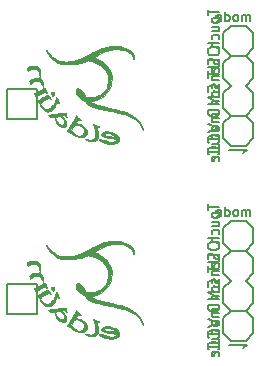
<source format=gbo>
%FSLAX45Y45*%
G04 Gerber Fmt 4.5, Leading zero omitted, Abs format (unit mm)*
G04 Created by KiCad (PCBNEW (2014-07-12 BZR 4289 GOST-COMMITTERS)-product) date 15.03.2017 23:16:08*
%MOMM*%
G01*
G04 APERTURE LIST*
%ADD10C,0.150000*%
%ADD11C,0.200000*%
%ADD12C,0.100000*%
G04 APERTURE END LIST*
D10*
X11756238Y-9367267D02*
X11856238Y-9400600D01*
X11756238Y-9433933D01*
X11846714Y-9524410D02*
X11851476Y-9519648D01*
X11856238Y-9505362D01*
X11856238Y-9495838D01*
X11851476Y-9481552D01*
X11841952Y-9472029D01*
X11832429Y-9467267D01*
X11813381Y-9462505D01*
X11799095Y-9462505D01*
X11780048Y-9467267D01*
X11770524Y-9472029D01*
X11761000Y-9481552D01*
X11756238Y-9495838D01*
X11756238Y-9505362D01*
X11761000Y-9519648D01*
X11765762Y-9524410D01*
X11846714Y-9624410D02*
X11851476Y-9619648D01*
X11856238Y-9605362D01*
X11856238Y-9595838D01*
X11851476Y-9581552D01*
X11841952Y-9572029D01*
X11832429Y-9567267D01*
X11813381Y-9562505D01*
X11799095Y-9562505D01*
X11780048Y-9567267D01*
X11770524Y-9572029D01*
X11761000Y-9581552D01*
X11756238Y-9595838D01*
X11756238Y-9605362D01*
X11761000Y-9619648D01*
X11765762Y-9624410D01*
X11761000Y-9094210D02*
X11756238Y-9084686D01*
X11756238Y-9070400D01*
X11761000Y-9056114D01*
X11770524Y-9046591D01*
X11780048Y-9041829D01*
X11799095Y-9037067D01*
X11813381Y-9037067D01*
X11832429Y-9041829D01*
X11841952Y-9046591D01*
X11851476Y-9056114D01*
X11856238Y-9070400D01*
X11856238Y-9079924D01*
X11851476Y-9094210D01*
X11846714Y-9098972D01*
X11813381Y-9098972D01*
X11813381Y-9079924D01*
X11856238Y-9141829D02*
X11756238Y-9141829D01*
X11856238Y-9198972D01*
X11756238Y-9198972D01*
X11856238Y-9246591D02*
X11756238Y-9246591D01*
X11756238Y-9270400D01*
X11761000Y-9284686D01*
X11770524Y-9294210D01*
X11780048Y-9298972D01*
X11799095Y-9303733D01*
X11813381Y-9303733D01*
X11832429Y-9298972D01*
X11841952Y-9294210D01*
X11851476Y-9284686D01*
X11856238Y-9270400D01*
X11856238Y-9246591D01*
X11756238Y-8740200D02*
X11756238Y-8759248D01*
X11761000Y-8768772D01*
X11770524Y-8778295D01*
X11789571Y-8783057D01*
X11822905Y-8783057D01*
X11841952Y-8778295D01*
X11851476Y-8768772D01*
X11856238Y-8759248D01*
X11856238Y-8740200D01*
X11851476Y-8730676D01*
X11841952Y-8721152D01*
X11822905Y-8716391D01*
X11789571Y-8716391D01*
X11770524Y-8721152D01*
X11761000Y-8730676D01*
X11756238Y-8740200D01*
X11756238Y-8825914D02*
X11837190Y-8825914D01*
X11846714Y-8830676D01*
X11851476Y-8835438D01*
X11856238Y-8844962D01*
X11856238Y-8864010D01*
X11851476Y-8873533D01*
X11846714Y-8878295D01*
X11837190Y-8883057D01*
X11756238Y-8883057D01*
X11756238Y-8916391D02*
X11756238Y-8973533D01*
X11856238Y-8944962D02*
X11756238Y-8944962D01*
X12117052Y-8495391D02*
X12117052Y-8442057D01*
X12117052Y-8449676D02*
X12113243Y-8445867D01*
X12105624Y-8442057D01*
X12094195Y-8442057D01*
X12086576Y-8445867D01*
X12082767Y-8453486D01*
X12082767Y-8495391D01*
X12082767Y-8453486D02*
X12078957Y-8445867D01*
X12071338Y-8442057D01*
X12059909Y-8442057D01*
X12052290Y-8445867D01*
X12048481Y-8453486D01*
X12048481Y-8495391D01*
X11998957Y-8495391D02*
X12006576Y-8491581D01*
X12010386Y-8487771D01*
X12014195Y-8480152D01*
X12014195Y-8457295D01*
X12010386Y-8449676D01*
X12006576Y-8445867D01*
X11998957Y-8442057D01*
X11987528Y-8442057D01*
X11979909Y-8445867D01*
X11976100Y-8449676D01*
X11972290Y-8457295D01*
X11972290Y-8480152D01*
X11976100Y-8487771D01*
X11979909Y-8491581D01*
X11987528Y-8495391D01*
X11998957Y-8495391D01*
X11903719Y-8495391D02*
X11903719Y-8415391D01*
X11903719Y-8491581D02*
X11911338Y-8495391D01*
X11926576Y-8495391D01*
X11934195Y-8491581D01*
X11938005Y-8487771D01*
X11941814Y-8480152D01*
X11941814Y-8457295D01*
X11938005Y-8449676D01*
X11934195Y-8445867D01*
X11926576Y-8442057D01*
X11911338Y-8442057D01*
X11903719Y-8445867D01*
X11835147Y-8491581D02*
X11842766Y-8495391D01*
X11858005Y-8495391D01*
X11865624Y-8491581D01*
X11869433Y-8483962D01*
X11869433Y-8453486D01*
X11865624Y-8445867D01*
X11858005Y-8442057D01*
X11842766Y-8442057D01*
X11835147Y-8445867D01*
X11831338Y-8453486D01*
X11831338Y-8461105D01*
X11869433Y-8468724D01*
D11*
X11756238Y-8397686D02*
X11756238Y-8443400D01*
X11856238Y-8420543D02*
X11756238Y-8420543D01*
X11856238Y-8481495D02*
X11851476Y-8473876D01*
X11846714Y-8470067D01*
X11837190Y-8466257D01*
X11808619Y-8466257D01*
X11799095Y-8470067D01*
X11794333Y-8473876D01*
X11789571Y-8481495D01*
X11789571Y-8492924D01*
X11794333Y-8500543D01*
X11799095Y-8504352D01*
X11808619Y-8508162D01*
X11837190Y-8508162D01*
X11846714Y-8504352D01*
X11851476Y-8500543D01*
X11856238Y-8492924D01*
X11856238Y-8481495D01*
X11789571Y-8576733D02*
X11856238Y-8576733D01*
X11789571Y-8542448D02*
X11841952Y-8542448D01*
X11851476Y-8546257D01*
X11856238Y-8553876D01*
X11856238Y-8565305D01*
X11851476Y-8572924D01*
X11846714Y-8576733D01*
X11851476Y-8649114D02*
X11856238Y-8641495D01*
X11856238Y-8626257D01*
X11851476Y-8618638D01*
X11846714Y-8614829D01*
X11837190Y-8611019D01*
X11808619Y-8611019D01*
X11799095Y-8614829D01*
X11794333Y-8618638D01*
X11789571Y-8626257D01*
X11789571Y-8641495D01*
X11794333Y-8649114D01*
X11856238Y-8683400D02*
X11756238Y-8683400D01*
X11856238Y-8717686D02*
X11803857Y-8717686D01*
X11794333Y-8713876D01*
X11789571Y-8706257D01*
X11789571Y-8694829D01*
X11794333Y-8687209D01*
X11799095Y-8683400D01*
X11851476Y-8812924D02*
X11856238Y-8824352D01*
X11856238Y-8843400D01*
X11851476Y-8851019D01*
X11846714Y-8854829D01*
X11837190Y-8858638D01*
X11827667Y-8858638D01*
X11818143Y-8854829D01*
X11813381Y-8851019D01*
X11808619Y-8843400D01*
X11803857Y-8828162D01*
X11799095Y-8820543D01*
X11794333Y-8816733D01*
X11784809Y-8812924D01*
X11775286Y-8812924D01*
X11765762Y-8816733D01*
X11761000Y-8820543D01*
X11756238Y-8828162D01*
X11756238Y-8847210D01*
X11761000Y-8858638D01*
X11851476Y-8923400D02*
X11856238Y-8915781D01*
X11856238Y-8900543D01*
X11851476Y-8892924D01*
X11841952Y-8889114D01*
X11803857Y-8889114D01*
X11794333Y-8892924D01*
X11789571Y-8900543D01*
X11789571Y-8915781D01*
X11794333Y-8923400D01*
X11803857Y-8927210D01*
X11813381Y-8927210D01*
X11822905Y-8889114D01*
X11789571Y-8961495D02*
X11856238Y-8961495D01*
X11799095Y-8961495D02*
X11794333Y-8965305D01*
X11789571Y-8972924D01*
X11789571Y-8984352D01*
X11794333Y-8991971D01*
X11803857Y-8995781D01*
X11856238Y-8995781D01*
X11851476Y-9030067D02*
X11856238Y-9037686D01*
X11856238Y-9052924D01*
X11851476Y-9060543D01*
X11841952Y-9064352D01*
X11837190Y-9064352D01*
X11827667Y-9060543D01*
X11822905Y-9052924D01*
X11822905Y-9041495D01*
X11818143Y-9033876D01*
X11808619Y-9030067D01*
X11803857Y-9030067D01*
X11794333Y-9033876D01*
X11789571Y-9041495D01*
X11789571Y-9052924D01*
X11794333Y-9060543D01*
X11856238Y-9110067D02*
X11851476Y-9102448D01*
X11846714Y-9098638D01*
X11837190Y-9094829D01*
X11808619Y-9094829D01*
X11799095Y-9098638D01*
X11794333Y-9102448D01*
X11789571Y-9110067D01*
X11789571Y-9121495D01*
X11794333Y-9129114D01*
X11799095Y-9132924D01*
X11808619Y-9136733D01*
X11837190Y-9136733D01*
X11846714Y-9132924D01*
X11851476Y-9129114D01*
X11856238Y-9121495D01*
X11856238Y-9110067D01*
X11856238Y-9171019D02*
X11789571Y-9171019D01*
X11808619Y-9171019D02*
X11799095Y-9174829D01*
X11794333Y-9178638D01*
X11789571Y-9186257D01*
X11789571Y-9193876D01*
X11856238Y-9281495D02*
X11789571Y-9281495D01*
X11799095Y-9281495D02*
X11794333Y-9285305D01*
X11789571Y-9292924D01*
X11789571Y-9304353D01*
X11794333Y-9311972D01*
X11803857Y-9315781D01*
X11856238Y-9315781D01*
X11803857Y-9315781D02*
X11794333Y-9319591D01*
X11789571Y-9327210D01*
X11789571Y-9338638D01*
X11794333Y-9346257D01*
X11803857Y-9350067D01*
X11856238Y-9350067D01*
X11856238Y-9399591D02*
X11851476Y-9391972D01*
X11846714Y-9388162D01*
X11837190Y-9384353D01*
X11808619Y-9384353D01*
X11799095Y-9388162D01*
X11794333Y-9391972D01*
X11789571Y-9399591D01*
X11789571Y-9411019D01*
X11794333Y-9418638D01*
X11799095Y-9422448D01*
X11808619Y-9426257D01*
X11837190Y-9426257D01*
X11846714Y-9422448D01*
X11851476Y-9418638D01*
X11856238Y-9411019D01*
X11856238Y-9399591D01*
X11856238Y-9494829D02*
X11756238Y-9494829D01*
X11851476Y-9494829D02*
X11856238Y-9487210D01*
X11856238Y-9471972D01*
X11851476Y-9464353D01*
X11846714Y-9460543D01*
X11837190Y-9456734D01*
X11808619Y-9456734D01*
X11799095Y-9460543D01*
X11794333Y-9464353D01*
X11789571Y-9471972D01*
X11789571Y-9487210D01*
X11794333Y-9494829D01*
X11789571Y-9567210D02*
X11856238Y-9567210D01*
X11789571Y-9532924D02*
X11841952Y-9532924D01*
X11851476Y-9536734D01*
X11856238Y-9544353D01*
X11856238Y-9555781D01*
X11851476Y-9563400D01*
X11846714Y-9567210D01*
X11856238Y-9616734D02*
X11851476Y-9609115D01*
X11841952Y-9605305D01*
X11756238Y-9605305D01*
X11851476Y-9677686D02*
X11856238Y-9670067D01*
X11856238Y-9654829D01*
X11851476Y-9647210D01*
X11841952Y-9643400D01*
X11803857Y-9643400D01*
X11794333Y-9647210D01*
X11789571Y-9654829D01*
X11789571Y-9670067D01*
X11794333Y-9677686D01*
X11803857Y-9681496D01*
X11813381Y-9681496D01*
X11822905Y-9643400D01*
X11756238Y-10047686D02*
X11756238Y-10093400D01*
X11856238Y-10070543D02*
X11756238Y-10070543D01*
X11856238Y-10131495D02*
X11851476Y-10123876D01*
X11846714Y-10120067D01*
X11837190Y-10116257D01*
X11808619Y-10116257D01*
X11799095Y-10120067D01*
X11794333Y-10123876D01*
X11789571Y-10131495D01*
X11789571Y-10142924D01*
X11794333Y-10150543D01*
X11799095Y-10154352D01*
X11808619Y-10158162D01*
X11837190Y-10158162D01*
X11846714Y-10154352D01*
X11851476Y-10150543D01*
X11856238Y-10142924D01*
X11856238Y-10131495D01*
X11789571Y-10226733D02*
X11856238Y-10226733D01*
X11789571Y-10192448D02*
X11841952Y-10192448D01*
X11851476Y-10196257D01*
X11856238Y-10203876D01*
X11856238Y-10215305D01*
X11851476Y-10222924D01*
X11846714Y-10226733D01*
X11851476Y-10299114D02*
X11856238Y-10291495D01*
X11856238Y-10276257D01*
X11851476Y-10268638D01*
X11846714Y-10264829D01*
X11837190Y-10261019D01*
X11808619Y-10261019D01*
X11799095Y-10264829D01*
X11794333Y-10268638D01*
X11789571Y-10276257D01*
X11789571Y-10291495D01*
X11794333Y-10299114D01*
X11856238Y-10333400D02*
X11756238Y-10333400D01*
X11856238Y-10367686D02*
X11803857Y-10367686D01*
X11794333Y-10363876D01*
X11789571Y-10356257D01*
X11789571Y-10344829D01*
X11794333Y-10337209D01*
X11799095Y-10333400D01*
X11851476Y-10462924D02*
X11856238Y-10474352D01*
X11856238Y-10493400D01*
X11851476Y-10501019D01*
X11846714Y-10504829D01*
X11837190Y-10508638D01*
X11827667Y-10508638D01*
X11818143Y-10504829D01*
X11813381Y-10501019D01*
X11808619Y-10493400D01*
X11803857Y-10478162D01*
X11799095Y-10470543D01*
X11794333Y-10466733D01*
X11784809Y-10462924D01*
X11775286Y-10462924D01*
X11765762Y-10466733D01*
X11761000Y-10470543D01*
X11756238Y-10478162D01*
X11756238Y-10497210D01*
X11761000Y-10508638D01*
X11851476Y-10573400D02*
X11856238Y-10565781D01*
X11856238Y-10550543D01*
X11851476Y-10542924D01*
X11841952Y-10539114D01*
X11803857Y-10539114D01*
X11794333Y-10542924D01*
X11789571Y-10550543D01*
X11789571Y-10565781D01*
X11794333Y-10573400D01*
X11803857Y-10577210D01*
X11813381Y-10577210D01*
X11822905Y-10539114D01*
X11789571Y-10611495D02*
X11856238Y-10611495D01*
X11799095Y-10611495D02*
X11794333Y-10615305D01*
X11789571Y-10622924D01*
X11789571Y-10634352D01*
X11794333Y-10641971D01*
X11803857Y-10645781D01*
X11856238Y-10645781D01*
X11851476Y-10680067D02*
X11856238Y-10687686D01*
X11856238Y-10702924D01*
X11851476Y-10710543D01*
X11841952Y-10714352D01*
X11837190Y-10714352D01*
X11827667Y-10710543D01*
X11822905Y-10702924D01*
X11822905Y-10691495D01*
X11818143Y-10683876D01*
X11808619Y-10680067D01*
X11803857Y-10680067D01*
X11794333Y-10683876D01*
X11789571Y-10691495D01*
X11789571Y-10702924D01*
X11794333Y-10710543D01*
X11856238Y-10760067D02*
X11851476Y-10752448D01*
X11846714Y-10748638D01*
X11837190Y-10744829D01*
X11808619Y-10744829D01*
X11799095Y-10748638D01*
X11794333Y-10752448D01*
X11789571Y-10760067D01*
X11789571Y-10771495D01*
X11794333Y-10779114D01*
X11799095Y-10782924D01*
X11808619Y-10786733D01*
X11837190Y-10786733D01*
X11846714Y-10782924D01*
X11851476Y-10779114D01*
X11856238Y-10771495D01*
X11856238Y-10760067D01*
X11856238Y-10821019D02*
X11789571Y-10821019D01*
X11808619Y-10821019D02*
X11799095Y-10824829D01*
X11794333Y-10828638D01*
X11789571Y-10836257D01*
X11789571Y-10843876D01*
X11856238Y-10931495D02*
X11789571Y-10931495D01*
X11799095Y-10931495D02*
X11794333Y-10935305D01*
X11789571Y-10942924D01*
X11789571Y-10954353D01*
X11794333Y-10961972D01*
X11803857Y-10965781D01*
X11856238Y-10965781D01*
X11803857Y-10965781D02*
X11794333Y-10969591D01*
X11789571Y-10977210D01*
X11789571Y-10988638D01*
X11794333Y-10996257D01*
X11803857Y-11000067D01*
X11856238Y-11000067D01*
X11856238Y-11049591D02*
X11851476Y-11041972D01*
X11846714Y-11038162D01*
X11837190Y-11034353D01*
X11808619Y-11034353D01*
X11799095Y-11038162D01*
X11794333Y-11041972D01*
X11789571Y-11049591D01*
X11789571Y-11061019D01*
X11794333Y-11068638D01*
X11799095Y-11072448D01*
X11808619Y-11076257D01*
X11837190Y-11076257D01*
X11846714Y-11072448D01*
X11851476Y-11068638D01*
X11856238Y-11061019D01*
X11856238Y-11049591D01*
X11856238Y-11144829D02*
X11756238Y-11144829D01*
X11851476Y-11144829D02*
X11856238Y-11137210D01*
X11856238Y-11121972D01*
X11851476Y-11114353D01*
X11846714Y-11110543D01*
X11837190Y-11106734D01*
X11808619Y-11106734D01*
X11799095Y-11110543D01*
X11794333Y-11114353D01*
X11789571Y-11121972D01*
X11789571Y-11137210D01*
X11794333Y-11144829D01*
X11789571Y-11217210D02*
X11856238Y-11217210D01*
X11789571Y-11182924D02*
X11841952Y-11182924D01*
X11851476Y-11186734D01*
X11856238Y-11194353D01*
X11856238Y-11205781D01*
X11851476Y-11213400D01*
X11846714Y-11217210D01*
X11856238Y-11266734D02*
X11851476Y-11259114D01*
X11841952Y-11255305D01*
X11756238Y-11255305D01*
X11851476Y-11327686D02*
X11856238Y-11320067D01*
X11856238Y-11304829D01*
X11851476Y-11297210D01*
X11841952Y-11293400D01*
X11803857Y-11293400D01*
X11794333Y-11297210D01*
X11789571Y-11304829D01*
X11789571Y-11320067D01*
X11794333Y-11327686D01*
X11803857Y-11331495D01*
X11813381Y-11331495D01*
X11822905Y-11293400D01*
D10*
X12117052Y-10145391D02*
X12117052Y-10092057D01*
X12117052Y-10099676D02*
X12113243Y-10095867D01*
X12105624Y-10092057D01*
X12094195Y-10092057D01*
X12086576Y-10095867D01*
X12082767Y-10103486D01*
X12082767Y-10145391D01*
X12082767Y-10103486D02*
X12078957Y-10095867D01*
X12071338Y-10092057D01*
X12059909Y-10092057D01*
X12052290Y-10095867D01*
X12048481Y-10103486D01*
X12048481Y-10145391D01*
X11998957Y-10145391D02*
X12006576Y-10141581D01*
X12010386Y-10137771D01*
X12014195Y-10130152D01*
X12014195Y-10107295D01*
X12010386Y-10099676D01*
X12006576Y-10095867D01*
X11998957Y-10092057D01*
X11987528Y-10092057D01*
X11979909Y-10095867D01*
X11976100Y-10099676D01*
X11972290Y-10107295D01*
X11972290Y-10130152D01*
X11976100Y-10137771D01*
X11979909Y-10141581D01*
X11987528Y-10145391D01*
X11998957Y-10145391D01*
X11903719Y-10145391D02*
X11903719Y-10065391D01*
X11903719Y-10141581D02*
X11911338Y-10145391D01*
X11926576Y-10145391D01*
X11934195Y-10141581D01*
X11938005Y-10137771D01*
X11941814Y-10130152D01*
X11941814Y-10107295D01*
X11938005Y-10099676D01*
X11934195Y-10095867D01*
X11926576Y-10092057D01*
X11911338Y-10092057D01*
X11903719Y-10095867D01*
X11835147Y-10141581D02*
X11842766Y-10145391D01*
X11858005Y-10145391D01*
X11865624Y-10141581D01*
X11869433Y-10133962D01*
X11869433Y-10103486D01*
X11865624Y-10095867D01*
X11858005Y-10092057D01*
X11842766Y-10092057D01*
X11835147Y-10095867D01*
X11831338Y-10103486D01*
X11831338Y-10111105D01*
X11869433Y-10118724D01*
X11756238Y-10390200D02*
X11756238Y-10409248D01*
X11761000Y-10418772D01*
X11770524Y-10428295D01*
X11789571Y-10433057D01*
X11822905Y-10433057D01*
X11841952Y-10428295D01*
X11851476Y-10418772D01*
X11856238Y-10409248D01*
X11856238Y-10390200D01*
X11851476Y-10380676D01*
X11841952Y-10371152D01*
X11822905Y-10366391D01*
X11789571Y-10366391D01*
X11770524Y-10371152D01*
X11761000Y-10380676D01*
X11756238Y-10390200D01*
X11756238Y-10475914D02*
X11837190Y-10475914D01*
X11846714Y-10480676D01*
X11851476Y-10485438D01*
X11856238Y-10494962D01*
X11856238Y-10514010D01*
X11851476Y-10523533D01*
X11846714Y-10528295D01*
X11837190Y-10533057D01*
X11756238Y-10533057D01*
X11756238Y-10566391D02*
X11756238Y-10623533D01*
X11856238Y-10594962D02*
X11756238Y-10594962D01*
X11761000Y-10744210D02*
X11756238Y-10734686D01*
X11756238Y-10720400D01*
X11761000Y-10706114D01*
X11770524Y-10696591D01*
X11780048Y-10691829D01*
X11799095Y-10687067D01*
X11813381Y-10687067D01*
X11832429Y-10691829D01*
X11841952Y-10696591D01*
X11851476Y-10706114D01*
X11856238Y-10720400D01*
X11856238Y-10729924D01*
X11851476Y-10744210D01*
X11846714Y-10748972D01*
X11813381Y-10748972D01*
X11813381Y-10729924D01*
X11856238Y-10791829D02*
X11756238Y-10791829D01*
X11856238Y-10848972D01*
X11756238Y-10848972D01*
X11856238Y-10896591D02*
X11756238Y-10896591D01*
X11756238Y-10920400D01*
X11761000Y-10934686D01*
X11770524Y-10944210D01*
X11780048Y-10948972D01*
X11799095Y-10953733D01*
X11813381Y-10953733D01*
X11832429Y-10948972D01*
X11841952Y-10944210D01*
X11851476Y-10934686D01*
X11856238Y-10920400D01*
X11856238Y-10896591D01*
X11756238Y-11017267D02*
X11856238Y-11050600D01*
X11756238Y-11083933D01*
X11846714Y-11174410D02*
X11851476Y-11169648D01*
X11856238Y-11155362D01*
X11856238Y-11145838D01*
X11851476Y-11131552D01*
X11841952Y-11122029D01*
X11832429Y-11117267D01*
X11813381Y-11112505D01*
X11799095Y-11112505D01*
X11780048Y-11117267D01*
X11770524Y-11122029D01*
X11761000Y-11131552D01*
X11756238Y-11145838D01*
X11756238Y-11155362D01*
X11761000Y-11169648D01*
X11765762Y-11174410D01*
X11846714Y-11274410D02*
X11851476Y-11269648D01*
X11856238Y-11255362D01*
X11856238Y-11245838D01*
X11851476Y-11231552D01*
X11841952Y-11222029D01*
X11832429Y-11217267D01*
X11813381Y-11212505D01*
X11799095Y-11212505D01*
X11780048Y-11217267D01*
X11770524Y-11222029D01*
X11761000Y-11231552D01*
X11756238Y-11245838D01*
X11756238Y-11255362D01*
X11761000Y-11269648D01*
X11765762Y-11274410D01*
X12141200Y-8598900D02*
X12077700Y-8535400D01*
X11950700Y-8535400D02*
X11887200Y-8598900D01*
X11887200Y-8725900D02*
X11950700Y-8789400D01*
X12141200Y-8598900D02*
X12141200Y-8725900D01*
X12141200Y-8725900D02*
X12077700Y-8789400D01*
X11950700Y-8535400D02*
X12077700Y-8535400D01*
X12077700Y-8789400D02*
X11950700Y-8789400D01*
X11887200Y-8598900D02*
X11887200Y-8725900D01*
X10058400Y-9068800D02*
X10312400Y-9068800D01*
X10312400Y-9068800D02*
X10312400Y-9322800D01*
X10312400Y-9322800D02*
X10058400Y-9322800D01*
X10058400Y-9322800D02*
X10058400Y-9068800D01*
X12141200Y-8979900D02*
X12077700Y-9043400D01*
X11950700Y-8789400D02*
X11887200Y-8852900D01*
X11887200Y-8979900D02*
X11950700Y-9043400D01*
X12077700Y-8789400D02*
X12141200Y-8852900D01*
X11950700Y-8789400D02*
X12077700Y-8789400D01*
X11887200Y-8979900D02*
X11887200Y-8852900D01*
X12141200Y-8852900D02*
X12141200Y-8979900D01*
X12141200Y-9106900D02*
X12141200Y-9233900D01*
X11887200Y-9233900D02*
X11887200Y-9106900D01*
X12077700Y-9043400D02*
X12141200Y-9106900D01*
X11887200Y-9233900D02*
X11950700Y-9297400D01*
X11950700Y-9043400D02*
X11887200Y-9106900D01*
X12141200Y-9233900D02*
X12077700Y-9297400D01*
X12141200Y-9487900D02*
X12077700Y-9551400D01*
X11950700Y-9297400D02*
X11887200Y-9360900D01*
X11887200Y-9487900D02*
X11950700Y-9551400D01*
X12077700Y-9297400D02*
X12141200Y-9360900D01*
X12090400Y-9589500D02*
X12052300Y-9614900D01*
X11938000Y-9589500D02*
X12090400Y-9589500D01*
X11950700Y-9297400D02*
X12077700Y-9297400D01*
X11887200Y-9487900D02*
X11887200Y-9360900D01*
X12141200Y-9360900D02*
X12141200Y-9487900D01*
X12077700Y-9551400D02*
X11950700Y-9551400D01*
D12*
G36*
X11010015Y-9497665D02*
X11007328Y-9508005D01*
X11001377Y-9516684D01*
X10992105Y-9523754D01*
X10979454Y-9529268D01*
X10973741Y-9530968D01*
X10966945Y-9532129D01*
X10957345Y-9532901D01*
X10945877Y-9533289D01*
X10933478Y-9533300D01*
X10921085Y-9532938D01*
X10909635Y-9532210D01*
X10900067Y-9531120D01*
X10896600Y-9530509D01*
X10888479Y-9528335D01*
X10879502Y-9525107D01*
X10870200Y-9521120D01*
X10861103Y-9516672D01*
X10852741Y-9512057D01*
X10845645Y-9507574D01*
X10840344Y-9503519D01*
X10837370Y-9500188D01*
X10837251Y-9497877D01*
X10837650Y-9497543D01*
X10842873Y-9495922D01*
X10850707Y-9496122D01*
X10861326Y-9498170D01*
X10874904Y-9502096D01*
X10884093Y-9505206D01*
X10901995Y-9511228D01*
X10917039Y-9515587D01*
X10929715Y-9518338D01*
X10940515Y-9519535D01*
X10949928Y-9519234D01*
X10958444Y-9517488D01*
X10966447Y-9514404D01*
X10973187Y-9510480D01*
X10978509Y-9505967D01*
X10981837Y-9501521D01*
X10982600Y-9497798D01*
X10982017Y-9496608D01*
X10977958Y-9493931D01*
X10972697Y-9492202D01*
X10972697Y-9470975D01*
X10971222Y-9468707D01*
X10966956Y-9464936D01*
X10965740Y-9463962D01*
X10953522Y-9455519D01*
X10940632Y-9449350D01*
X10930559Y-9445983D01*
X10921258Y-9444084D01*
X10911500Y-9443443D01*
X10901993Y-9443941D01*
X10893444Y-9445456D01*
X10886561Y-9447867D01*
X10882052Y-9451053D01*
X10880607Y-9454514D01*
X10882401Y-9458135D01*
X10887434Y-9461672D01*
X10895183Y-9464981D01*
X10905123Y-9467917D01*
X10916731Y-9470338D01*
X10929483Y-9472099D01*
X10942857Y-9473057D01*
X10948657Y-9473186D01*
X10957231Y-9473138D01*
X10964586Y-9472904D01*
X10969790Y-9472525D01*
X10971701Y-9472178D01*
X10972697Y-9470975D01*
X10972697Y-9492202D01*
X10970335Y-9491426D01*
X10959096Y-9489080D01*
X10944184Y-9486882D01*
X10932881Y-9485567D01*
X10911260Y-9482755D01*
X10893200Y-9479334D01*
X10878740Y-9475313D01*
X10867914Y-9470704D01*
X10860760Y-9465517D01*
X10859095Y-9463518D01*
X10856322Y-9456664D01*
X10856834Y-9449458D01*
X10860281Y-9442523D01*
X10866312Y-9436480D01*
X10874577Y-9431952D01*
X10877363Y-9431006D01*
X10890183Y-9428737D01*
X10905347Y-9428674D01*
X10922204Y-9430743D01*
X10940100Y-9434873D01*
X10954500Y-9439528D01*
X10972242Y-9447130D01*
X10986701Y-9455747D01*
X10997788Y-9465286D01*
X11005414Y-9475653D01*
X11009489Y-9486757D01*
X11010015Y-9497665D01*
X11010015Y-9497665D01*
X11010015Y-9497665D01*
G37*
X11010015Y-9497665D02*
X11007328Y-9508005D01*
X11001377Y-9516684D01*
X10992105Y-9523754D01*
X10979454Y-9529268D01*
X10973741Y-9530968D01*
X10966945Y-9532129D01*
X10957345Y-9532901D01*
X10945877Y-9533289D01*
X10933478Y-9533300D01*
X10921085Y-9532938D01*
X10909635Y-9532210D01*
X10900067Y-9531120D01*
X10896600Y-9530509D01*
X10888479Y-9528335D01*
X10879502Y-9525107D01*
X10870200Y-9521120D01*
X10861103Y-9516672D01*
X10852741Y-9512057D01*
X10845645Y-9507574D01*
X10840344Y-9503519D01*
X10837370Y-9500188D01*
X10837251Y-9497877D01*
X10837650Y-9497543D01*
X10842873Y-9495922D01*
X10850707Y-9496122D01*
X10861326Y-9498170D01*
X10874904Y-9502096D01*
X10884093Y-9505206D01*
X10901995Y-9511228D01*
X10917039Y-9515587D01*
X10929715Y-9518338D01*
X10940515Y-9519535D01*
X10949928Y-9519234D01*
X10958444Y-9517488D01*
X10966447Y-9514404D01*
X10973187Y-9510480D01*
X10978509Y-9505967D01*
X10981837Y-9501521D01*
X10982600Y-9497798D01*
X10982017Y-9496608D01*
X10977958Y-9493931D01*
X10972697Y-9492202D01*
X10972697Y-9470975D01*
X10971222Y-9468707D01*
X10966956Y-9464936D01*
X10965740Y-9463962D01*
X10953522Y-9455519D01*
X10940632Y-9449350D01*
X10930559Y-9445983D01*
X10921258Y-9444084D01*
X10911500Y-9443443D01*
X10901993Y-9443941D01*
X10893444Y-9445456D01*
X10886561Y-9447867D01*
X10882052Y-9451053D01*
X10880607Y-9454514D01*
X10882401Y-9458135D01*
X10887434Y-9461672D01*
X10895183Y-9464981D01*
X10905123Y-9467917D01*
X10916731Y-9470338D01*
X10929483Y-9472099D01*
X10942857Y-9473057D01*
X10948657Y-9473186D01*
X10957231Y-9473138D01*
X10964586Y-9472904D01*
X10969790Y-9472525D01*
X10971701Y-9472178D01*
X10972697Y-9470975D01*
X10972697Y-9492202D01*
X10970335Y-9491426D01*
X10959096Y-9489080D01*
X10944184Y-9486882D01*
X10932881Y-9485567D01*
X10911260Y-9482755D01*
X10893200Y-9479334D01*
X10878740Y-9475313D01*
X10867914Y-9470704D01*
X10860760Y-9465517D01*
X10859095Y-9463518D01*
X10856322Y-9456664D01*
X10856834Y-9449458D01*
X10860281Y-9442523D01*
X10866312Y-9436480D01*
X10874577Y-9431952D01*
X10877363Y-9431006D01*
X10890183Y-9428737D01*
X10905347Y-9428674D01*
X10922204Y-9430743D01*
X10940100Y-9434873D01*
X10954500Y-9439528D01*
X10972242Y-9447130D01*
X10986701Y-9455747D01*
X10997788Y-9465286D01*
X11005414Y-9475653D01*
X11009489Y-9486757D01*
X11010015Y-9497665D01*
X11010015Y-9497665D01*
G36*
X10835450Y-9389034D02*
X10833885Y-9390491D01*
X10829894Y-9392735D01*
X10826985Y-9394103D01*
X10822523Y-9396331D01*
X10819645Y-9398765D01*
X10818304Y-9402022D01*
X10818455Y-9406717D01*
X10820053Y-9413467D01*
X10823051Y-9422887D01*
X10824523Y-9427222D01*
X10829399Y-9444500D01*
X10831381Y-9459614D01*
X10830438Y-9472839D01*
X10826539Y-9484452D01*
X10819654Y-9494728D01*
X10816770Y-9497824D01*
X10808087Y-9504960D01*
X10799160Y-9509579D01*
X10798832Y-9509693D01*
X10789328Y-9511779D01*
X10777664Y-9512618D01*
X10765226Y-9512221D01*
X10753402Y-9510601D01*
X10747963Y-9509280D01*
X10735487Y-9504974D01*
X10726687Y-9500382D01*
X10722426Y-9496644D01*
X10720988Y-9494562D01*
X10721922Y-9493989D01*
X10725847Y-9494617D01*
X10726326Y-9494714D01*
X10737564Y-9496693D01*
X10748796Y-9498150D01*
X10758993Y-9498989D01*
X10767129Y-9499115D01*
X10770399Y-9498838D01*
X10781590Y-9495322D01*
X10791471Y-9488583D01*
X10799371Y-9479108D01*
X10800645Y-9476945D01*
X10803200Y-9472060D01*
X10804837Y-9467843D01*
X10805752Y-9463227D01*
X10806144Y-9457142D01*
X10806212Y-9448520D01*
X10806207Y-9446978D01*
X10805922Y-9436425D01*
X10805028Y-9426955D01*
X10803318Y-9417631D01*
X10800586Y-9407514D01*
X10796628Y-9395670D01*
X10792483Y-9384436D01*
X10789587Y-9376592D01*
X10787347Y-9370149D01*
X10786011Y-9365847D01*
X10785771Y-9364433D01*
X10787607Y-9364906D01*
X10792049Y-9366775D01*
X10798373Y-9369681D01*
X10805856Y-9373265D01*
X10813772Y-9377170D01*
X10821400Y-9381038D01*
X10828015Y-9384509D01*
X10832894Y-9387226D01*
X10835312Y-9388829D01*
X10835450Y-9389034D01*
X10835450Y-9389034D01*
X10835450Y-9389034D01*
G37*
X10835450Y-9389034D02*
X10833885Y-9390491D01*
X10829894Y-9392735D01*
X10826985Y-9394103D01*
X10822523Y-9396331D01*
X10819645Y-9398765D01*
X10818304Y-9402022D01*
X10818455Y-9406717D01*
X10820053Y-9413467D01*
X10823051Y-9422887D01*
X10824523Y-9427222D01*
X10829399Y-9444500D01*
X10831381Y-9459614D01*
X10830438Y-9472839D01*
X10826539Y-9484452D01*
X10819654Y-9494728D01*
X10816770Y-9497824D01*
X10808087Y-9504960D01*
X10799160Y-9509579D01*
X10798832Y-9509693D01*
X10789328Y-9511779D01*
X10777664Y-9512618D01*
X10765226Y-9512221D01*
X10753402Y-9510601D01*
X10747963Y-9509280D01*
X10735487Y-9504974D01*
X10726687Y-9500382D01*
X10722426Y-9496644D01*
X10720988Y-9494562D01*
X10721922Y-9493989D01*
X10725847Y-9494617D01*
X10726326Y-9494714D01*
X10737564Y-9496693D01*
X10748796Y-9498150D01*
X10758993Y-9498989D01*
X10767129Y-9499115D01*
X10770399Y-9498838D01*
X10781590Y-9495322D01*
X10791471Y-9488583D01*
X10799371Y-9479108D01*
X10800645Y-9476945D01*
X10803200Y-9472060D01*
X10804837Y-9467843D01*
X10805752Y-9463227D01*
X10806144Y-9457142D01*
X10806212Y-9448520D01*
X10806207Y-9446978D01*
X10805922Y-9436425D01*
X10805028Y-9426955D01*
X10803318Y-9417631D01*
X10800586Y-9407514D01*
X10796628Y-9395670D01*
X10792483Y-9384436D01*
X10789587Y-9376592D01*
X10787347Y-9370149D01*
X10786011Y-9365847D01*
X10785771Y-9364433D01*
X10787607Y-9364906D01*
X10792049Y-9366775D01*
X10798373Y-9369681D01*
X10805856Y-9373265D01*
X10813772Y-9377170D01*
X10821400Y-9381038D01*
X10828015Y-9384509D01*
X10832894Y-9387226D01*
X10835312Y-9388829D01*
X10835450Y-9389034D01*
X10835450Y-9389034D01*
G36*
X10737163Y-9440399D02*
X10734648Y-9451499D01*
X10729073Y-9461359D01*
X10720665Y-9469449D01*
X10709650Y-9475237D01*
X10709516Y-9475281D01*
X10709516Y-9421081D01*
X10707077Y-9409471D01*
X10701484Y-9398715D01*
X10692935Y-9389199D01*
X10681631Y-9381308D01*
X10668139Y-9375546D01*
X10658628Y-9373143D01*
X10648679Y-9371688D01*
X10639531Y-9371289D01*
X10632422Y-9372052D01*
X10631311Y-9372367D01*
X10628766Y-9374593D01*
X10624917Y-9379793D01*
X10620058Y-9387535D01*
X10615476Y-9395571D01*
X10603404Y-9417527D01*
X10608684Y-9427611D01*
X10613112Y-9434502D01*
X10619030Y-9441761D01*
X10623480Y-9446251D01*
X10636614Y-9456328D01*
X10649759Y-9463071D01*
X10662648Y-9466423D01*
X10675013Y-9466327D01*
X10686588Y-9462725D01*
X10690389Y-9460635D01*
X10698047Y-9454324D01*
X10704023Y-9445537D01*
X10704135Y-9445323D01*
X10708601Y-9433160D01*
X10709516Y-9421081D01*
X10709516Y-9475281D01*
X10706782Y-9476183D01*
X10695687Y-9478244D01*
X10682841Y-9478687D01*
X10669884Y-9477522D01*
X10662356Y-9475953D01*
X10649206Y-9471439D01*
X10635708Y-9465043D01*
X10622814Y-9457350D01*
X10611475Y-9448944D01*
X10602642Y-9440409D01*
X10600824Y-9438176D01*
X10597657Y-9434294D01*
X10595802Y-9433142D01*
X10594442Y-9434348D01*
X10594022Y-9435088D01*
X10592298Y-9438163D01*
X10591667Y-9439151D01*
X10589951Y-9438574D01*
X10585965Y-9436508D01*
X10580611Y-9433487D01*
X10574794Y-9430046D01*
X10569416Y-9426718D01*
X10565380Y-9424036D01*
X10563608Y-9422568D01*
X10564409Y-9420803D01*
X10567137Y-9418865D01*
X10570919Y-9415760D01*
X10574851Y-9410973D01*
X10575716Y-9409644D01*
X10577764Y-9406298D01*
X10581488Y-9400216D01*
X10586598Y-9391872D01*
X10592805Y-9381738D01*
X10599819Y-9370288D01*
X10607350Y-9357995D01*
X10609166Y-9355031D01*
X10618074Y-9340394D01*
X10625130Y-9328559D01*
X10630526Y-9319170D01*
X10634454Y-9311870D01*
X10637106Y-9306301D01*
X10638675Y-9302107D01*
X10639343Y-9299014D01*
X10640192Y-9293810D01*
X10641233Y-9290430D01*
X10641640Y-9289886D01*
X10643182Y-9290933D01*
X10645789Y-9294508D01*
X10648243Y-9298672D01*
X10651912Y-9304342D01*
X10657357Y-9311476D01*
X10663662Y-9318909D01*
X10666804Y-9322323D01*
X10680124Y-9336345D01*
X10669337Y-9334998D01*
X10660114Y-9334524D01*
X10653278Y-9336124D01*
X10647798Y-9340299D01*
X10642643Y-9347550D01*
X10642300Y-9348131D01*
X10636355Y-9358275D01*
X10644181Y-9359572D01*
X10659247Y-9363299D01*
X10674679Y-9369324D01*
X10689775Y-9377192D01*
X10703836Y-9386449D01*
X10716161Y-9396640D01*
X10726049Y-9407311D01*
X10732112Y-9416607D01*
X10736393Y-9428591D01*
X10737163Y-9440399D01*
X10737163Y-9440399D01*
X10737163Y-9440399D01*
G37*
X10737163Y-9440399D02*
X10734648Y-9451499D01*
X10729073Y-9461359D01*
X10720665Y-9469449D01*
X10709650Y-9475237D01*
X10709516Y-9475281D01*
X10709516Y-9421081D01*
X10707077Y-9409471D01*
X10701484Y-9398715D01*
X10692935Y-9389199D01*
X10681631Y-9381308D01*
X10668139Y-9375546D01*
X10658628Y-9373143D01*
X10648679Y-9371688D01*
X10639531Y-9371289D01*
X10632422Y-9372052D01*
X10631311Y-9372367D01*
X10628766Y-9374593D01*
X10624917Y-9379793D01*
X10620058Y-9387535D01*
X10615476Y-9395571D01*
X10603404Y-9417527D01*
X10608684Y-9427611D01*
X10613112Y-9434502D01*
X10619030Y-9441761D01*
X10623480Y-9446251D01*
X10636614Y-9456328D01*
X10649759Y-9463071D01*
X10662648Y-9466423D01*
X10675013Y-9466327D01*
X10686588Y-9462725D01*
X10690389Y-9460635D01*
X10698047Y-9454324D01*
X10704023Y-9445537D01*
X10704135Y-9445323D01*
X10708601Y-9433160D01*
X10709516Y-9421081D01*
X10709516Y-9475281D01*
X10706782Y-9476183D01*
X10695687Y-9478244D01*
X10682841Y-9478687D01*
X10669884Y-9477522D01*
X10662356Y-9475953D01*
X10649206Y-9471439D01*
X10635708Y-9465043D01*
X10622814Y-9457350D01*
X10611475Y-9448944D01*
X10602642Y-9440409D01*
X10600824Y-9438176D01*
X10597657Y-9434294D01*
X10595802Y-9433142D01*
X10594442Y-9434348D01*
X10594022Y-9435088D01*
X10592298Y-9438163D01*
X10591667Y-9439151D01*
X10589951Y-9438574D01*
X10585965Y-9436508D01*
X10580611Y-9433487D01*
X10574794Y-9430046D01*
X10569416Y-9426718D01*
X10565380Y-9424036D01*
X10563608Y-9422568D01*
X10564409Y-9420803D01*
X10567137Y-9418865D01*
X10570919Y-9415760D01*
X10574851Y-9410973D01*
X10575716Y-9409644D01*
X10577764Y-9406298D01*
X10581488Y-9400216D01*
X10586598Y-9391872D01*
X10592805Y-9381738D01*
X10599819Y-9370288D01*
X10607350Y-9357995D01*
X10609166Y-9355031D01*
X10618074Y-9340394D01*
X10625130Y-9328559D01*
X10630526Y-9319170D01*
X10634454Y-9311870D01*
X10637106Y-9306301D01*
X10638675Y-9302107D01*
X10639343Y-9299014D01*
X10640192Y-9293810D01*
X10641233Y-9290430D01*
X10641640Y-9289886D01*
X10643182Y-9290933D01*
X10645789Y-9294508D01*
X10648243Y-9298672D01*
X10651912Y-9304342D01*
X10657357Y-9311476D01*
X10663662Y-9318909D01*
X10666804Y-9322323D01*
X10680124Y-9336345D01*
X10669337Y-9334998D01*
X10660114Y-9334524D01*
X10653278Y-9336124D01*
X10647798Y-9340299D01*
X10642643Y-9347550D01*
X10642300Y-9348131D01*
X10636355Y-9358275D01*
X10644181Y-9359572D01*
X10659247Y-9363299D01*
X10674679Y-9369324D01*
X10689775Y-9377192D01*
X10703836Y-9386449D01*
X10716161Y-9396640D01*
X10726049Y-9407311D01*
X10732112Y-9416607D01*
X10736393Y-9428591D01*
X10737163Y-9440399D01*
X10737163Y-9440399D01*
G36*
X11207709Y-9412796D02*
X11207652Y-9413533D01*
X11207098Y-9415944D01*
X11206056Y-9415778D01*
X11203922Y-9412737D01*
X11202985Y-9411230D01*
X11200349Y-9406551D01*
X11196758Y-9399646D01*
X11192826Y-9391711D01*
X11191185Y-9388284D01*
X11179568Y-9368115D01*
X11164592Y-9349564D01*
X11146315Y-9332673D01*
X11124796Y-9317483D01*
X11100093Y-9304036D01*
X11072264Y-9292374D01*
X11044346Y-9283368D01*
X11030896Y-9279743D01*
X11014231Y-9275542D01*
X10994834Y-9270877D01*
X10973188Y-9265858D01*
X10949778Y-9260596D01*
X10925087Y-9255203D01*
X10899600Y-9249788D01*
X10879667Y-9245659D01*
X10860921Y-9241791D01*
X10845335Y-9238492D01*
X10832373Y-9235629D01*
X10821499Y-9233070D01*
X10812177Y-9230679D01*
X10803869Y-9228325D01*
X10796040Y-9225873D01*
X10788154Y-9223190D01*
X10785278Y-9222170D01*
X10766893Y-9214613D01*
X10750992Y-9205742D01*
X10736334Y-9194769D01*
X10724011Y-9183289D01*
X10715351Y-9175049D01*
X10707105Y-9168094D01*
X10700086Y-9163093D01*
X10697670Y-9161720D01*
X10680280Y-9150836D01*
X10665117Y-9136982D01*
X10652357Y-9120340D01*
X10644488Y-9106180D01*
X10640047Y-9095709D01*
X10638030Y-9087454D01*
X10638433Y-9080755D01*
X10641252Y-9074952D01*
X10644293Y-9071434D01*
X10649023Y-9067572D01*
X10653495Y-9065301D01*
X10654988Y-9065037D01*
X10662925Y-9066763D01*
X10672141Y-9071866D01*
X10682507Y-9080234D01*
X10693895Y-9091754D01*
X10706176Y-9106315D01*
X10713692Y-9116157D01*
X10729923Y-9138114D01*
X10740825Y-9140382D01*
X10749134Y-9141468D01*
X10760008Y-9141929D01*
X10772293Y-9141716D01*
X10772422Y-9141710D01*
X10795788Y-9138795D01*
X10818415Y-9132325D01*
X10839839Y-9122498D01*
X10859594Y-9109511D01*
X10871047Y-9099727D01*
X10883338Y-9086727D01*
X10893033Y-9073064D01*
X10900826Y-9057631D01*
X10905804Y-9044341D01*
X10912426Y-9020032D01*
X10915588Y-8997131D01*
X10915254Y-8975483D01*
X10911386Y-8954937D01*
X10903950Y-8935340D01*
X10892909Y-8916537D01*
X10878226Y-8898377D01*
X10869085Y-8889085D01*
X10847384Y-8870714D01*
X10823614Y-8855233D01*
X10797532Y-8842508D01*
X10768894Y-8832405D01*
X10763161Y-8830775D01*
X10746374Y-8826175D01*
X10728679Y-8832802D01*
X10715065Y-8837593D01*
X10699528Y-8842559D01*
X10683377Y-8847318D01*
X10667917Y-8851485D01*
X10654455Y-8854680D01*
X10652795Y-8855029D01*
X10636003Y-8858052D01*
X10619167Y-8860105D01*
X10601297Y-8861261D01*
X10581402Y-8861591D01*
X10565998Y-8861376D01*
X10552530Y-8860998D01*
X10541998Y-8860528D01*
X10533574Y-8859879D01*
X10526430Y-8858964D01*
X10519740Y-8857695D01*
X10512675Y-8855985D01*
X10511138Y-8855581D01*
X10489268Y-8848450D01*
X10469851Y-8839158D01*
X10452255Y-8827288D01*
X10435845Y-8812424D01*
X10422469Y-8797263D01*
X10417326Y-8790446D01*
X10411675Y-8782208D01*
X10405921Y-8773232D01*
X10400466Y-8764198D01*
X10395714Y-8755786D01*
X10392068Y-8748677D01*
X10389931Y-8743552D01*
X10389541Y-8741684D01*
X10390097Y-8739742D01*
X10391896Y-8740353D01*
X10395134Y-8743704D01*
X10400008Y-8749981D01*
X10403682Y-8755063D01*
X10421169Y-8777114D01*
X10439868Y-8795715D01*
X10459880Y-8810900D01*
X10481304Y-8822705D01*
X10504241Y-8831164D01*
X10528791Y-8836312D01*
X10555054Y-8838184D01*
X10583130Y-8836815D01*
X10613120Y-8832239D01*
X10620963Y-8830590D01*
X10632387Y-8827980D01*
X10642761Y-8825375D01*
X10652519Y-8822595D01*
X10662095Y-8819457D01*
X10671923Y-8815780D01*
X10682437Y-8811382D01*
X10694070Y-8806082D01*
X10707258Y-8799698D01*
X10722433Y-8792049D01*
X10740029Y-8782952D01*
X10760481Y-8772226D01*
X10760870Y-8772021D01*
X10786058Y-8758988D01*
X10808565Y-8747874D01*
X10828832Y-8738495D01*
X10847302Y-8730668D01*
X10864415Y-8724211D01*
X10880612Y-8718942D01*
X10896336Y-8714676D01*
X10903319Y-8713048D01*
X10914584Y-8711094D01*
X10928347Y-8709557D01*
X10943710Y-8708462D01*
X10959775Y-8707831D01*
X10975645Y-8707686D01*
X10990422Y-8708050D01*
X11003208Y-8708947D01*
X11012484Y-8710271D01*
X11034422Y-8715623D01*
X11055165Y-8722530D01*
X11074241Y-8730752D01*
X11091177Y-8740045D01*
X11105500Y-8750169D01*
X11116738Y-8760881D01*
X11120384Y-8765442D01*
X11126289Y-8775676D01*
X11130318Y-8786996D01*
X11132093Y-8798102D01*
X11131807Y-8804963D01*
X11130534Y-8812212D01*
X11129220Y-8816413D01*
X11127573Y-8818274D01*
X11126157Y-8818563D01*
X11124513Y-8816850D01*
X11123793Y-8811633D01*
X11123753Y-8809354D01*
X11122389Y-8796274D01*
X11118161Y-8784721D01*
X11110861Y-8774422D01*
X11100283Y-8765105D01*
X11086221Y-8756499D01*
X11081926Y-8754324D01*
X11055738Y-8743466D01*
X11028870Y-8736206D01*
X11001113Y-8732510D01*
X10972255Y-8732345D01*
X10953936Y-8733974D01*
X10938857Y-8736349D01*
X10923609Y-8739870D01*
X10907752Y-8744707D01*
X10890848Y-8751031D01*
X10872458Y-8759013D01*
X10852143Y-8768824D01*
X10829464Y-8780634D01*
X10817578Y-8787081D01*
X10807160Y-8792787D01*
X10799729Y-8796948D01*
X10795000Y-8799877D01*
X10792687Y-8801889D01*
X10792507Y-8803297D01*
X10794173Y-8804416D01*
X10797402Y-8805559D01*
X10800037Y-8806408D01*
X10816255Y-8812655D01*
X10833713Y-8820990D01*
X10851084Y-8830750D01*
X10860315Y-8836614D01*
X10882561Y-8853329D01*
X10901477Y-8871588D01*
X10917015Y-8891289D01*
X10929126Y-8912325D01*
X10937762Y-8934592D01*
X10942873Y-8957986D01*
X10944411Y-8982402D01*
X10942327Y-9007735D01*
X10941694Y-9011639D01*
X10935338Y-9039475D01*
X10926299Y-9064696D01*
X10914514Y-9087385D01*
X10899922Y-9107625D01*
X10882460Y-9125501D01*
X10862068Y-9141096D01*
X10838683Y-9154494D01*
X10834742Y-9156401D01*
X10811325Y-9165868D01*
X10788753Y-9171747D01*
X10775400Y-9173563D01*
X10761445Y-9174768D01*
X10766934Y-9179152D01*
X10776134Y-9185313D01*
X10788324Y-9191636D01*
X10802767Y-9197759D01*
X10810052Y-9200438D01*
X10817413Y-9202790D01*
X10827955Y-9205830D01*
X10841184Y-9209433D01*
X10856606Y-9213475D01*
X10873729Y-9217834D01*
X10892058Y-9222385D01*
X10911100Y-9227005D01*
X10930361Y-9231570D01*
X10949348Y-9235956D01*
X10967566Y-9240040D01*
X10971859Y-9240980D01*
X10998852Y-9247124D01*
X11022572Y-9253097D01*
X11043495Y-9259049D01*
X11062096Y-9265129D01*
X11078853Y-9271487D01*
X11094241Y-9278272D01*
X11100741Y-9281451D01*
X11125881Y-9296012D01*
X11148010Y-9312821D01*
X11167121Y-9331870D01*
X11183208Y-9353154D01*
X11194332Y-9372659D01*
X11198442Y-9381675D01*
X11202127Y-9391095D01*
X11205095Y-9400020D01*
X11207053Y-9407553D01*
X11207709Y-9412796D01*
X11207709Y-9412796D01*
X11207709Y-9412796D01*
G37*
X11207709Y-9412796D02*
X11207652Y-9413533D01*
X11207098Y-9415944D01*
X11206056Y-9415778D01*
X11203922Y-9412737D01*
X11202985Y-9411230D01*
X11200349Y-9406551D01*
X11196758Y-9399646D01*
X11192826Y-9391711D01*
X11191185Y-9388284D01*
X11179568Y-9368115D01*
X11164592Y-9349564D01*
X11146315Y-9332673D01*
X11124796Y-9317483D01*
X11100093Y-9304036D01*
X11072264Y-9292374D01*
X11044346Y-9283368D01*
X11030896Y-9279743D01*
X11014231Y-9275542D01*
X10994834Y-9270877D01*
X10973188Y-9265858D01*
X10949778Y-9260596D01*
X10925087Y-9255203D01*
X10899600Y-9249788D01*
X10879667Y-9245659D01*
X10860921Y-9241791D01*
X10845335Y-9238492D01*
X10832373Y-9235629D01*
X10821499Y-9233070D01*
X10812177Y-9230679D01*
X10803869Y-9228325D01*
X10796040Y-9225873D01*
X10788154Y-9223190D01*
X10785278Y-9222170D01*
X10766893Y-9214613D01*
X10750992Y-9205742D01*
X10736334Y-9194769D01*
X10724011Y-9183289D01*
X10715351Y-9175049D01*
X10707105Y-9168094D01*
X10700086Y-9163093D01*
X10697670Y-9161720D01*
X10680280Y-9150836D01*
X10665117Y-9136982D01*
X10652357Y-9120340D01*
X10644488Y-9106180D01*
X10640047Y-9095709D01*
X10638030Y-9087454D01*
X10638433Y-9080755D01*
X10641252Y-9074952D01*
X10644293Y-9071434D01*
X10649023Y-9067572D01*
X10653495Y-9065301D01*
X10654988Y-9065037D01*
X10662925Y-9066763D01*
X10672141Y-9071866D01*
X10682507Y-9080234D01*
X10693895Y-9091754D01*
X10706176Y-9106315D01*
X10713692Y-9116157D01*
X10729923Y-9138114D01*
X10740825Y-9140382D01*
X10749134Y-9141468D01*
X10760008Y-9141929D01*
X10772293Y-9141716D01*
X10772422Y-9141710D01*
X10795788Y-9138795D01*
X10818415Y-9132325D01*
X10839839Y-9122498D01*
X10859594Y-9109511D01*
X10871047Y-9099727D01*
X10883338Y-9086727D01*
X10893033Y-9073064D01*
X10900826Y-9057631D01*
X10905804Y-9044341D01*
X10912426Y-9020032D01*
X10915588Y-8997131D01*
X10915254Y-8975483D01*
X10911386Y-8954937D01*
X10903950Y-8935340D01*
X10892909Y-8916537D01*
X10878226Y-8898377D01*
X10869085Y-8889085D01*
X10847384Y-8870714D01*
X10823614Y-8855233D01*
X10797532Y-8842508D01*
X10768894Y-8832405D01*
X10763161Y-8830775D01*
X10746374Y-8826175D01*
X10728679Y-8832802D01*
X10715065Y-8837593D01*
X10699528Y-8842559D01*
X10683377Y-8847318D01*
X10667917Y-8851485D01*
X10654455Y-8854680D01*
X10652795Y-8855029D01*
X10636003Y-8858052D01*
X10619167Y-8860105D01*
X10601297Y-8861261D01*
X10581402Y-8861591D01*
X10565998Y-8861376D01*
X10552530Y-8860998D01*
X10541998Y-8860528D01*
X10533574Y-8859879D01*
X10526430Y-8858964D01*
X10519740Y-8857695D01*
X10512675Y-8855985D01*
X10511138Y-8855581D01*
X10489268Y-8848450D01*
X10469851Y-8839158D01*
X10452255Y-8827288D01*
X10435845Y-8812424D01*
X10422469Y-8797263D01*
X10417326Y-8790446D01*
X10411675Y-8782208D01*
X10405921Y-8773232D01*
X10400466Y-8764198D01*
X10395714Y-8755786D01*
X10392068Y-8748677D01*
X10389931Y-8743552D01*
X10389541Y-8741684D01*
X10390097Y-8739742D01*
X10391896Y-8740353D01*
X10395134Y-8743704D01*
X10400008Y-8749981D01*
X10403682Y-8755063D01*
X10421169Y-8777114D01*
X10439868Y-8795715D01*
X10459880Y-8810900D01*
X10481304Y-8822705D01*
X10504241Y-8831164D01*
X10528791Y-8836312D01*
X10555054Y-8838184D01*
X10583130Y-8836815D01*
X10613120Y-8832239D01*
X10620963Y-8830590D01*
X10632387Y-8827980D01*
X10642761Y-8825375D01*
X10652519Y-8822595D01*
X10662095Y-8819457D01*
X10671923Y-8815780D01*
X10682437Y-8811382D01*
X10694070Y-8806082D01*
X10707258Y-8799698D01*
X10722433Y-8792049D01*
X10740029Y-8782952D01*
X10760481Y-8772226D01*
X10760870Y-8772021D01*
X10786058Y-8758988D01*
X10808565Y-8747874D01*
X10828832Y-8738495D01*
X10847302Y-8730668D01*
X10864415Y-8724211D01*
X10880612Y-8718942D01*
X10896336Y-8714676D01*
X10903319Y-8713048D01*
X10914584Y-8711094D01*
X10928347Y-8709557D01*
X10943710Y-8708462D01*
X10959775Y-8707831D01*
X10975645Y-8707686D01*
X10990422Y-8708050D01*
X11003208Y-8708947D01*
X11012484Y-8710271D01*
X11034422Y-8715623D01*
X11055165Y-8722530D01*
X11074241Y-8730752D01*
X11091177Y-8740045D01*
X11105500Y-8750169D01*
X11116738Y-8760881D01*
X11120384Y-8765442D01*
X11126289Y-8775676D01*
X11130318Y-8786996D01*
X11132093Y-8798102D01*
X11131807Y-8804963D01*
X11130534Y-8812212D01*
X11129220Y-8816413D01*
X11127573Y-8818274D01*
X11126157Y-8818563D01*
X11124513Y-8816850D01*
X11123793Y-8811633D01*
X11123753Y-8809354D01*
X11122389Y-8796274D01*
X11118161Y-8784721D01*
X11110861Y-8774422D01*
X11100283Y-8765105D01*
X11086221Y-8756499D01*
X11081926Y-8754324D01*
X11055738Y-8743466D01*
X11028870Y-8736206D01*
X11001113Y-8732510D01*
X10972255Y-8732345D01*
X10953936Y-8733974D01*
X10938857Y-8736349D01*
X10923609Y-8739870D01*
X10907752Y-8744707D01*
X10890848Y-8751031D01*
X10872458Y-8759013D01*
X10852143Y-8768824D01*
X10829464Y-8780634D01*
X10817578Y-8787081D01*
X10807160Y-8792787D01*
X10799729Y-8796948D01*
X10795000Y-8799877D01*
X10792687Y-8801889D01*
X10792507Y-8803297D01*
X10794173Y-8804416D01*
X10797402Y-8805559D01*
X10800037Y-8806408D01*
X10816255Y-8812655D01*
X10833713Y-8820990D01*
X10851084Y-8830750D01*
X10860315Y-8836614D01*
X10882561Y-8853329D01*
X10901477Y-8871588D01*
X10917015Y-8891289D01*
X10929126Y-8912325D01*
X10937762Y-8934592D01*
X10942873Y-8957986D01*
X10944411Y-8982402D01*
X10942327Y-9007735D01*
X10941694Y-9011639D01*
X10935338Y-9039475D01*
X10926299Y-9064696D01*
X10914514Y-9087385D01*
X10899922Y-9107625D01*
X10882460Y-9125501D01*
X10862068Y-9141096D01*
X10838683Y-9154494D01*
X10834742Y-9156401D01*
X10811325Y-9165868D01*
X10788753Y-9171747D01*
X10775400Y-9173563D01*
X10761445Y-9174768D01*
X10766934Y-9179152D01*
X10776134Y-9185313D01*
X10788324Y-9191636D01*
X10802767Y-9197759D01*
X10810052Y-9200438D01*
X10817413Y-9202790D01*
X10827955Y-9205830D01*
X10841184Y-9209433D01*
X10856606Y-9213475D01*
X10873729Y-9217834D01*
X10892058Y-9222385D01*
X10911100Y-9227005D01*
X10930361Y-9231570D01*
X10949348Y-9235956D01*
X10967566Y-9240040D01*
X10971859Y-9240980D01*
X10998852Y-9247124D01*
X11022572Y-9253097D01*
X11043495Y-9259049D01*
X11062096Y-9265129D01*
X11078853Y-9271487D01*
X11094241Y-9278272D01*
X11100741Y-9281451D01*
X11125881Y-9296012D01*
X11148010Y-9312821D01*
X11167121Y-9331870D01*
X11183208Y-9353154D01*
X11194332Y-9372659D01*
X11198442Y-9381675D01*
X11202127Y-9391095D01*
X11205095Y-9400020D01*
X11207053Y-9407553D01*
X11207709Y-9412796D01*
X11207709Y-9412796D01*
G36*
X10562260Y-9307115D02*
X10561458Y-9308048D01*
X10558560Y-9306174D01*
X10554339Y-9302460D01*
X10546042Y-9296300D01*
X10537861Y-9293577D01*
X10528988Y-9294082D01*
X10525582Y-9294978D01*
X10517691Y-9297400D01*
X10528245Y-9309630D01*
X10538279Y-9322299D01*
X10546853Y-9335198D01*
X10553646Y-9347710D01*
X10558334Y-9359217D01*
X10560596Y-9369100D01*
X10560756Y-9371948D01*
X10559543Y-9379382D01*
X10556373Y-9386228D01*
X10551946Y-9391140D01*
X10550228Y-9392154D01*
X10541881Y-9394247D01*
X10541881Y-9353627D01*
X10540663Y-9346043D01*
X10537233Y-9336782D01*
X10532078Y-9326791D01*
X10525685Y-9317016D01*
X10518706Y-9308577D01*
X10509015Y-9298342D01*
X10487763Y-9301876D01*
X10479245Y-9303364D01*
X10472163Y-9304737D01*
X10467300Y-9305833D01*
X10465468Y-9306453D01*
X10465268Y-9309042D01*
X10466623Y-9314193D01*
X10469271Y-9321168D01*
X10472953Y-9329232D01*
X10474905Y-9333073D01*
X10482105Y-9344545D01*
X10490589Y-9354401D01*
X10499857Y-9362328D01*
X10509411Y-9368014D01*
X10518752Y-9371148D01*
X10527383Y-9371416D01*
X10533127Y-9369530D01*
X10538558Y-9365381D01*
X10541280Y-9359682D01*
X10541881Y-9353627D01*
X10541881Y-9394247D01*
X10541777Y-9394273D01*
X10531571Y-9394167D01*
X10520801Y-9391948D01*
X10512307Y-9388590D01*
X10503285Y-9382867D01*
X10493637Y-9374732D01*
X10484348Y-9365173D01*
X10476400Y-9355180D01*
X10471959Y-9348080D01*
X10468983Y-9341673D01*
X10465698Y-9333244D01*
X10462727Y-9324415D01*
X10462223Y-9322735D01*
X10459977Y-9315687D01*
X10457918Y-9310319D01*
X10456368Y-9307428D01*
X10455924Y-9307148D01*
X10453406Y-9307442D01*
X10448119Y-9307928D01*
X10441050Y-9308517D01*
X10438378Y-9308728D01*
X10422467Y-9309968D01*
X10412229Y-9299497D01*
X10407513Y-9294477D01*
X10404176Y-9290539D01*
X10402796Y-9288381D01*
X10402821Y-9288205D01*
X10404876Y-9287768D01*
X10410054Y-9287070D01*
X10417728Y-9286184D01*
X10427273Y-9285184D01*
X10435909Y-9284343D01*
X10449670Y-9282919D01*
X10465086Y-9281117D01*
X10480518Y-9279141D01*
X10494326Y-9277194D01*
X10497873Y-9276651D01*
X10509214Y-9275006D01*
X10520382Y-9273616D01*
X10530343Y-9272595D01*
X10538066Y-9272056D01*
X10540405Y-9272000D01*
X10553230Y-9272000D01*
X10553248Y-9279056D01*
X10554078Y-9284790D01*
X10556186Y-9291862D01*
X10557952Y-9296176D01*
X10561060Y-9303212D01*
X10562260Y-9307115D01*
X10562260Y-9307115D01*
X10562260Y-9307115D01*
G37*
X10562260Y-9307115D02*
X10561458Y-9308048D01*
X10558560Y-9306174D01*
X10554339Y-9302460D01*
X10546042Y-9296300D01*
X10537861Y-9293577D01*
X10528988Y-9294082D01*
X10525582Y-9294978D01*
X10517691Y-9297400D01*
X10528245Y-9309630D01*
X10538279Y-9322299D01*
X10546853Y-9335198D01*
X10553646Y-9347710D01*
X10558334Y-9359217D01*
X10560596Y-9369100D01*
X10560756Y-9371948D01*
X10559543Y-9379382D01*
X10556373Y-9386228D01*
X10551946Y-9391140D01*
X10550228Y-9392154D01*
X10541881Y-9394247D01*
X10541881Y-9353627D01*
X10540663Y-9346043D01*
X10537233Y-9336782D01*
X10532078Y-9326791D01*
X10525685Y-9317016D01*
X10518706Y-9308577D01*
X10509015Y-9298342D01*
X10487763Y-9301876D01*
X10479245Y-9303364D01*
X10472163Y-9304737D01*
X10467300Y-9305833D01*
X10465468Y-9306453D01*
X10465268Y-9309042D01*
X10466623Y-9314193D01*
X10469271Y-9321168D01*
X10472953Y-9329232D01*
X10474905Y-9333073D01*
X10482105Y-9344545D01*
X10490589Y-9354401D01*
X10499857Y-9362328D01*
X10509411Y-9368014D01*
X10518752Y-9371148D01*
X10527383Y-9371416D01*
X10533127Y-9369530D01*
X10538558Y-9365381D01*
X10541280Y-9359682D01*
X10541881Y-9353627D01*
X10541881Y-9394247D01*
X10541777Y-9394273D01*
X10531571Y-9394167D01*
X10520801Y-9391948D01*
X10512307Y-9388590D01*
X10503285Y-9382867D01*
X10493637Y-9374732D01*
X10484348Y-9365173D01*
X10476400Y-9355180D01*
X10471959Y-9348080D01*
X10468983Y-9341673D01*
X10465698Y-9333244D01*
X10462727Y-9324415D01*
X10462223Y-9322735D01*
X10459977Y-9315687D01*
X10457918Y-9310319D01*
X10456368Y-9307428D01*
X10455924Y-9307148D01*
X10453406Y-9307442D01*
X10448119Y-9307928D01*
X10441050Y-9308517D01*
X10438378Y-9308728D01*
X10422467Y-9309968D01*
X10412229Y-9299497D01*
X10407513Y-9294477D01*
X10404176Y-9290539D01*
X10402796Y-9288381D01*
X10402821Y-9288205D01*
X10404876Y-9287768D01*
X10410054Y-9287070D01*
X10417728Y-9286184D01*
X10427273Y-9285184D01*
X10435909Y-9284343D01*
X10449670Y-9282919D01*
X10465086Y-9281117D01*
X10480518Y-9279141D01*
X10494326Y-9277194D01*
X10497873Y-9276651D01*
X10509214Y-9275006D01*
X10520382Y-9273616D01*
X10530343Y-9272595D01*
X10538066Y-9272056D01*
X10540405Y-9272000D01*
X10553230Y-9272000D01*
X10553248Y-9279056D01*
X10554078Y-9284790D01*
X10556186Y-9291862D01*
X10557952Y-9296176D01*
X10561060Y-9303212D01*
X10562260Y-9307115D01*
X10562260Y-9307115D01*
G36*
X10499630Y-9186997D02*
X10497410Y-9187099D01*
X10493018Y-9186207D01*
X10491405Y-9185753D01*
X10486269Y-9184358D01*
X10482584Y-9183610D01*
X10482059Y-9183570D01*
X10478416Y-9185375D01*
X10474280Y-9190606D01*
X10469833Y-9198986D01*
X10466481Y-9206973D01*
X10463418Y-9214717D01*
X10460485Y-9221781D01*
X10458208Y-9226910D01*
X10457780Y-9227785D01*
X10449657Y-9240075D01*
X10439360Y-9249701D01*
X10427418Y-9256475D01*
X10414361Y-9260206D01*
X10400716Y-9260704D01*
X10387013Y-9257780D01*
X10381074Y-9255347D01*
X10371465Y-9249542D01*
X10361990Y-9241628D01*
X10353329Y-9232398D01*
X10346162Y-9222645D01*
X10341169Y-9213161D01*
X10339240Y-9206583D01*
X10338106Y-9199563D01*
X10352401Y-9213987D01*
X10362758Y-9223872D01*
X10371608Y-9230949D01*
X10379512Y-9235551D01*
X10387034Y-9238011D01*
X10393990Y-9238671D01*
X10406765Y-9236806D01*
X10419132Y-9231248D01*
X10431005Y-9222054D01*
X10442299Y-9209279D01*
X10445899Y-9204267D01*
X10451882Y-9195031D01*
X10456863Y-9186046D01*
X10461411Y-9176147D01*
X10466098Y-9164167D01*
X10467867Y-9159291D01*
X10470696Y-9151388D01*
X10473119Y-9144633D01*
X10474810Y-9139932D01*
X10475360Y-9138415D01*
X10476505Y-9138918D01*
X10478945Y-9142506D01*
X10482470Y-9148816D01*
X10486865Y-9157485D01*
X10488482Y-9160825D01*
X10492653Y-9169716D01*
X10496073Y-9177363D01*
X10498480Y-9183151D01*
X10499613Y-9186467D01*
X10499630Y-9186997D01*
X10499630Y-9186997D01*
X10499630Y-9186997D01*
G37*
X10499630Y-9186997D02*
X10497410Y-9187099D01*
X10493018Y-9186207D01*
X10491405Y-9185753D01*
X10486269Y-9184358D01*
X10482584Y-9183610D01*
X10482059Y-9183570D01*
X10478416Y-9185375D01*
X10474280Y-9190606D01*
X10469833Y-9198986D01*
X10466481Y-9206973D01*
X10463418Y-9214717D01*
X10460485Y-9221781D01*
X10458208Y-9226910D01*
X10457780Y-9227785D01*
X10449657Y-9240075D01*
X10439360Y-9249701D01*
X10427418Y-9256475D01*
X10414361Y-9260206D01*
X10400716Y-9260704D01*
X10387013Y-9257780D01*
X10381074Y-9255347D01*
X10371465Y-9249542D01*
X10361990Y-9241628D01*
X10353329Y-9232398D01*
X10346162Y-9222645D01*
X10341169Y-9213161D01*
X10339240Y-9206583D01*
X10338106Y-9199563D01*
X10352401Y-9213987D01*
X10362758Y-9223872D01*
X10371608Y-9230949D01*
X10379512Y-9235551D01*
X10387034Y-9238011D01*
X10393990Y-9238671D01*
X10406765Y-9236806D01*
X10419132Y-9231248D01*
X10431005Y-9222054D01*
X10442299Y-9209279D01*
X10445899Y-9204267D01*
X10451882Y-9195031D01*
X10456863Y-9186046D01*
X10461411Y-9176147D01*
X10466098Y-9164167D01*
X10467867Y-9159291D01*
X10470696Y-9151388D01*
X10473119Y-9144633D01*
X10474810Y-9139932D01*
X10475360Y-9138415D01*
X10476505Y-9138918D01*
X10478945Y-9142506D01*
X10482470Y-9148816D01*
X10486865Y-9157485D01*
X10488482Y-9160825D01*
X10492653Y-9169716D01*
X10496073Y-9177363D01*
X10498480Y-9183151D01*
X10499613Y-9186467D01*
X10499630Y-9186997D01*
X10499630Y-9186997D01*
G36*
X10427170Y-9157384D02*
X10425878Y-9157561D01*
X10422622Y-9155760D01*
X10420899Y-9154519D01*
X10412902Y-9149932D01*
X10405209Y-9148321D01*
X10398708Y-9149783D01*
X10392110Y-9153493D01*
X10384026Y-9158424D01*
X10375052Y-9164168D01*
X10365787Y-9170315D01*
X10356830Y-9176457D01*
X10348777Y-9182184D01*
X10342228Y-9187088D01*
X10337780Y-9190760D01*
X10336110Y-9192584D01*
X10333535Y-9197499D01*
X10326999Y-9187242D01*
X10322334Y-9179667D01*
X10318381Y-9172776D01*
X10315564Y-9167348D01*
X10314309Y-9164164D01*
X10314282Y-9163908D01*
X10315905Y-9163149D01*
X10319317Y-9162874D01*
X10322645Y-9161889D01*
X10328805Y-9159051D01*
X10337462Y-9154536D01*
X10348277Y-9148521D01*
X10360916Y-9141182D01*
X10362412Y-9140296D01*
X10373250Y-9133916D01*
X10383058Y-9128235D01*
X10391360Y-9123521D01*
X10397679Y-9120043D01*
X10401540Y-9118069D01*
X10402484Y-9117719D01*
X10404584Y-9119238D01*
X10407165Y-9122979D01*
X10407621Y-9123833D01*
X10410175Y-9128412D01*
X10414024Y-9134840D01*
X10418392Y-9141824D01*
X10418958Y-9142707D01*
X10422799Y-9148899D01*
X10425680Y-9153969D01*
X10427101Y-9157027D01*
X10427170Y-9157384D01*
X10427170Y-9157384D01*
X10427170Y-9157384D01*
G37*
X10427170Y-9157384D02*
X10425878Y-9157561D01*
X10422622Y-9155760D01*
X10420899Y-9154519D01*
X10412902Y-9149932D01*
X10405209Y-9148321D01*
X10398708Y-9149783D01*
X10392110Y-9153493D01*
X10384026Y-9158424D01*
X10375052Y-9164168D01*
X10365787Y-9170315D01*
X10356830Y-9176457D01*
X10348777Y-9182184D01*
X10342228Y-9187088D01*
X10337780Y-9190760D01*
X10336110Y-9192584D01*
X10333535Y-9197499D01*
X10326999Y-9187242D01*
X10322334Y-9179667D01*
X10318381Y-9172776D01*
X10315564Y-9167348D01*
X10314309Y-9164164D01*
X10314282Y-9163908D01*
X10315905Y-9163149D01*
X10319317Y-9162874D01*
X10322645Y-9161889D01*
X10328805Y-9159051D01*
X10337462Y-9154536D01*
X10348277Y-9148521D01*
X10360916Y-9141182D01*
X10362412Y-9140296D01*
X10373250Y-9133916D01*
X10383058Y-9128235D01*
X10391360Y-9123521D01*
X10397679Y-9120043D01*
X10401540Y-9118069D01*
X10402484Y-9117719D01*
X10404584Y-9119238D01*
X10407165Y-9122979D01*
X10407621Y-9123833D01*
X10410175Y-9128412D01*
X10414024Y-9134840D01*
X10418392Y-9141824D01*
X10418958Y-9142707D01*
X10422799Y-9148899D01*
X10425680Y-9153969D01*
X10427101Y-9157027D01*
X10427170Y-9157384D01*
X10427170Y-9157384D01*
G36*
X10396430Y-9107693D02*
X10394545Y-9107249D01*
X10390299Y-9105402D01*
X10384917Y-9102709D01*
X10378640Y-9099730D01*
X10373152Y-9097683D01*
X10370065Y-9097053D01*
X10366638Y-9097956D01*
X10360727Y-9100397D01*
X10352994Y-9104022D01*
X10344105Y-9108474D01*
X10334724Y-9113399D01*
X10325514Y-9118443D01*
X10317140Y-9123249D01*
X10310266Y-9127462D01*
X10305557Y-9130728D01*
X10303743Y-9132512D01*
X10301682Y-9136150D01*
X10300503Y-9137769D01*
X10299289Y-9136673D01*
X10296925Y-9132792D01*
X10293784Y-9126783D01*
X10291140Y-9121273D01*
X10282948Y-9103607D01*
X10289678Y-9102554D01*
X10294377Y-9101238D01*
X10301334Y-9098558D01*
X10309875Y-9094851D01*
X10319328Y-9090450D01*
X10329021Y-9085689D01*
X10338280Y-9080904D01*
X10346432Y-9076429D01*
X10352806Y-9072599D01*
X10356728Y-9069748D01*
X10357557Y-9068797D01*
X10359294Y-9062748D01*
X10359721Y-9054439D01*
X10358899Y-9045115D01*
X10356885Y-9036021D01*
X10355882Y-9033052D01*
X10349505Y-9020277D01*
X10341211Y-9010734D01*
X10331012Y-9004432D01*
X10318920Y-9001378D01*
X10313041Y-9001067D01*
X10300068Y-9002431D01*
X10286665Y-9006197D01*
X10274117Y-9011876D01*
X10263710Y-9018980D01*
X10262099Y-9020434D01*
X10258249Y-9023690D01*
X10255562Y-9025239D01*
X10254999Y-9025196D01*
X10254024Y-9023003D01*
X10252411Y-9018184D01*
X10250496Y-9011746D01*
X10250346Y-9011214D01*
X10248510Y-9004396D01*
X10247943Y-8999836D01*
X10249111Y-8996610D01*
X10252481Y-8993798D01*
X10258518Y-8990477D01*
X10261648Y-8988870D01*
X10280097Y-8981285D01*
X10298759Y-8977410D01*
X10314292Y-8976957D01*
X10322679Y-8977296D01*
X10328098Y-8976916D01*
X10331197Y-8975176D01*
X10332628Y-8971429D01*
X10333040Y-8965034D01*
X10333071Y-8958356D01*
X10331796Y-8942115D01*
X10327964Y-8928157D01*
X10321676Y-8916706D01*
X10313036Y-8907984D01*
X10308637Y-8905136D01*
X10303969Y-8902799D01*
X10299480Y-8901404D01*
X10293983Y-8900739D01*
X10286290Y-8900594D01*
X10283237Y-8900622D01*
X10270519Y-8901347D01*
X10260139Y-8903412D01*
X10250800Y-8907197D01*
X10241692Y-8912742D01*
X10236864Y-8915840D01*
X10233407Y-8917643D01*
X10232308Y-8917838D01*
X10231774Y-8915707D01*
X10231099Y-8910807D01*
X10230413Y-8904121D01*
X10230302Y-8902835D01*
X10229102Y-8888637D01*
X10237355Y-8883916D01*
X10250039Y-8877754D01*
X10262830Y-8874011D01*
X10277080Y-8872347D01*
X10284178Y-8872187D01*
X10292918Y-8872295D01*
X10299024Y-8872766D01*
X10303623Y-8873817D01*
X10307841Y-8875663D01*
X10310756Y-8877302D01*
X10319648Y-8884536D01*
X10327238Y-8895070D01*
X10333614Y-8909035D01*
X10335194Y-8913578D01*
X10336980Y-8919582D01*
X10338223Y-8925449D01*
X10339024Y-8932098D01*
X10339485Y-8940450D01*
X10339708Y-8951422D01*
X10339738Y-8954553D01*
X10339962Y-8982358D01*
X10346885Y-8989448D01*
X10351770Y-8995540D01*
X10355766Y-9003139D01*
X10359053Y-9012794D01*
X10361814Y-9025051D01*
X10364231Y-9040459D01*
X10364492Y-9042434D01*
X10365869Y-9052535D01*
X10366998Y-9059413D01*
X10368016Y-9063589D01*
X10369060Y-9065584D01*
X10370265Y-9065918D01*
X10370621Y-9065797D01*
X10377132Y-9063669D01*
X10380963Y-9063919D01*
X10382015Y-9066013D01*
X10382690Y-9069052D01*
X10384513Y-9074684D01*
X10387186Y-9082029D01*
X10389574Y-9088150D01*
X10392583Y-9095865D01*
X10394889Y-9102188D01*
X10396230Y-9106376D01*
X10396430Y-9107693D01*
X10396430Y-9107693D01*
X10396430Y-9107693D01*
G37*
X10396430Y-9107693D02*
X10394545Y-9107249D01*
X10390299Y-9105402D01*
X10384917Y-9102709D01*
X10378640Y-9099730D01*
X10373152Y-9097683D01*
X10370065Y-9097053D01*
X10366638Y-9097956D01*
X10360727Y-9100397D01*
X10352994Y-9104022D01*
X10344105Y-9108474D01*
X10334724Y-9113399D01*
X10325514Y-9118443D01*
X10317140Y-9123249D01*
X10310266Y-9127462D01*
X10305557Y-9130728D01*
X10303743Y-9132512D01*
X10301682Y-9136150D01*
X10300503Y-9137769D01*
X10299289Y-9136673D01*
X10296925Y-9132792D01*
X10293784Y-9126783D01*
X10291140Y-9121273D01*
X10282948Y-9103607D01*
X10289678Y-9102554D01*
X10294377Y-9101238D01*
X10301334Y-9098558D01*
X10309875Y-9094851D01*
X10319328Y-9090450D01*
X10329021Y-9085689D01*
X10338280Y-9080904D01*
X10346432Y-9076429D01*
X10352806Y-9072599D01*
X10356728Y-9069748D01*
X10357557Y-9068797D01*
X10359294Y-9062748D01*
X10359721Y-9054439D01*
X10358899Y-9045115D01*
X10356885Y-9036021D01*
X10355882Y-9033052D01*
X10349505Y-9020277D01*
X10341211Y-9010734D01*
X10331012Y-9004432D01*
X10318920Y-9001378D01*
X10313041Y-9001067D01*
X10300068Y-9002431D01*
X10286665Y-9006197D01*
X10274117Y-9011876D01*
X10263710Y-9018980D01*
X10262099Y-9020434D01*
X10258249Y-9023690D01*
X10255562Y-9025239D01*
X10254999Y-9025196D01*
X10254024Y-9023003D01*
X10252411Y-9018184D01*
X10250496Y-9011746D01*
X10250346Y-9011214D01*
X10248510Y-9004396D01*
X10247943Y-8999836D01*
X10249111Y-8996610D01*
X10252481Y-8993798D01*
X10258518Y-8990477D01*
X10261648Y-8988870D01*
X10280097Y-8981285D01*
X10298759Y-8977410D01*
X10314292Y-8976957D01*
X10322679Y-8977296D01*
X10328098Y-8976916D01*
X10331197Y-8975176D01*
X10332628Y-8971429D01*
X10333040Y-8965034D01*
X10333071Y-8958356D01*
X10331796Y-8942115D01*
X10327964Y-8928157D01*
X10321676Y-8916706D01*
X10313036Y-8907984D01*
X10308637Y-8905136D01*
X10303969Y-8902799D01*
X10299480Y-8901404D01*
X10293983Y-8900739D01*
X10286290Y-8900594D01*
X10283237Y-8900622D01*
X10270519Y-8901347D01*
X10260139Y-8903412D01*
X10250800Y-8907197D01*
X10241692Y-8912742D01*
X10236864Y-8915840D01*
X10233407Y-8917643D01*
X10232308Y-8917838D01*
X10231774Y-8915707D01*
X10231099Y-8910807D01*
X10230413Y-8904121D01*
X10230302Y-8902835D01*
X10229102Y-8888637D01*
X10237355Y-8883916D01*
X10250039Y-8877754D01*
X10262830Y-8874011D01*
X10277080Y-8872347D01*
X10284178Y-8872187D01*
X10292918Y-8872295D01*
X10299024Y-8872766D01*
X10303623Y-8873817D01*
X10307841Y-8875663D01*
X10310756Y-8877302D01*
X10319648Y-8884536D01*
X10327238Y-8895070D01*
X10333614Y-8909035D01*
X10335194Y-8913578D01*
X10336980Y-8919582D01*
X10338223Y-8925449D01*
X10339024Y-8932098D01*
X10339485Y-8940450D01*
X10339708Y-8951422D01*
X10339738Y-8954553D01*
X10339962Y-8982358D01*
X10346885Y-8989448D01*
X10351770Y-8995540D01*
X10355766Y-9003139D01*
X10359053Y-9012794D01*
X10361814Y-9025051D01*
X10364231Y-9040459D01*
X10364492Y-9042434D01*
X10365869Y-9052535D01*
X10366998Y-9059413D01*
X10368016Y-9063589D01*
X10369060Y-9065584D01*
X10370265Y-9065918D01*
X10370621Y-9065797D01*
X10377132Y-9063669D01*
X10380963Y-9063919D01*
X10382015Y-9066013D01*
X10382690Y-9069052D01*
X10384513Y-9074684D01*
X10387186Y-9082029D01*
X10389574Y-9088150D01*
X10392583Y-9095865D01*
X10394889Y-9102188D01*
X10396230Y-9106376D01*
X10396430Y-9107693D01*
X10396430Y-9107693D01*
G36*
X10459156Y-9112408D02*
X10457789Y-9119999D01*
X10454146Y-9124990D01*
X10448910Y-9127103D01*
X10442765Y-9126061D01*
X10436433Y-9121626D01*
X10432365Y-9115682D01*
X10430681Y-9109070D01*
X10431205Y-9102665D01*
X10433764Y-9097343D01*
X10438183Y-9093980D01*
X10442088Y-9093259D01*
X10447105Y-9094876D01*
X10452237Y-9098990D01*
X10456504Y-9104503D01*
X10458924Y-9110312D01*
X10459156Y-9112408D01*
X10459156Y-9112408D01*
X10459156Y-9112408D01*
G37*
X10459156Y-9112408D02*
X10457789Y-9119999D01*
X10454146Y-9124990D01*
X10448910Y-9127103D01*
X10442765Y-9126061D01*
X10436433Y-9121626D01*
X10432365Y-9115682D01*
X10430681Y-9109070D01*
X10431205Y-9102665D01*
X10433764Y-9097343D01*
X10438183Y-9093980D01*
X10442088Y-9093259D01*
X10447105Y-9094876D01*
X10452237Y-9098990D01*
X10456504Y-9104503D01*
X10458924Y-9110312D01*
X10459156Y-9112408D01*
X10459156Y-9112408D01*
G36*
X11010015Y-11147665D02*
X11007328Y-11158005D01*
X11001377Y-11166684D01*
X10992105Y-11173754D01*
X10979454Y-11179268D01*
X10973741Y-11180968D01*
X10966945Y-11182129D01*
X10957345Y-11182901D01*
X10945877Y-11183289D01*
X10933478Y-11183300D01*
X10921085Y-11182938D01*
X10909635Y-11182210D01*
X10900067Y-11181120D01*
X10896600Y-11180509D01*
X10888479Y-11178335D01*
X10879502Y-11175107D01*
X10870200Y-11171120D01*
X10861103Y-11166672D01*
X10852741Y-11162057D01*
X10845645Y-11157574D01*
X10840344Y-11153519D01*
X10837370Y-11150188D01*
X10837251Y-11147877D01*
X10837650Y-11147543D01*
X10842873Y-11145922D01*
X10850707Y-11146122D01*
X10861326Y-11148170D01*
X10874904Y-11152096D01*
X10884093Y-11155206D01*
X10901995Y-11161228D01*
X10917039Y-11165587D01*
X10929715Y-11168338D01*
X10940515Y-11169535D01*
X10949928Y-11169234D01*
X10958444Y-11167488D01*
X10966447Y-11164404D01*
X10973187Y-11160480D01*
X10978509Y-11155967D01*
X10981837Y-11151521D01*
X10982600Y-11147798D01*
X10982017Y-11146608D01*
X10977958Y-11143931D01*
X10972697Y-11142202D01*
X10972697Y-11120975D01*
X10971222Y-11118707D01*
X10966956Y-11114936D01*
X10965740Y-11113962D01*
X10953522Y-11105519D01*
X10940632Y-11099350D01*
X10930559Y-11095983D01*
X10921258Y-11094084D01*
X10911500Y-11093443D01*
X10901993Y-11093941D01*
X10893444Y-11095456D01*
X10886561Y-11097867D01*
X10882052Y-11101053D01*
X10880607Y-11104514D01*
X10882401Y-11108135D01*
X10887434Y-11111672D01*
X10895183Y-11114981D01*
X10905123Y-11117917D01*
X10916731Y-11120338D01*
X10929483Y-11122099D01*
X10942857Y-11123057D01*
X10948657Y-11123186D01*
X10957231Y-11123138D01*
X10964586Y-11122904D01*
X10969790Y-11122525D01*
X10971701Y-11122178D01*
X10972697Y-11120975D01*
X10972697Y-11142202D01*
X10970335Y-11141426D01*
X10959096Y-11139080D01*
X10944184Y-11136882D01*
X10932881Y-11135567D01*
X10911260Y-11132755D01*
X10893200Y-11129334D01*
X10878740Y-11125313D01*
X10867914Y-11120704D01*
X10860760Y-11115517D01*
X10859095Y-11113518D01*
X10856322Y-11106664D01*
X10856834Y-11099458D01*
X10860281Y-11092523D01*
X10866312Y-11086480D01*
X10874577Y-11081952D01*
X10877363Y-11081006D01*
X10890183Y-11078737D01*
X10905347Y-11078674D01*
X10922204Y-11080743D01*
X10940100Y-11084873D01*
X10954500Y-11089528D01*
X10972242Y-11097130D01*
X10986701Y-11105747D01*
X10997788Y-11115286D01*
X11005414Y-11125653D01*
X11009489Y-11136757D01*
X11010015Y-11147665D01*
X11010015Y-11147665D01*
X11010015Y-11147665D01*
G37*
X11010015Y-11147665D02*
X11007328Y-11158005D01*
X11001377Y-11166684D01*
X10992105Y-11173754D01*
X10979454Y-11179268D01*
X10973741Y-11180968D01*
X10966945Y-11182129D01*
X10957345Y-11182901D01*
X10945877Y-11183289D01*
X10933478Y-11183300D01*
X10921085Y-11182938D01*
X10909635Y-11182210D01*
X10900067Y-11181120D01*
X10896600Y-11180509D01*
X10888479Y-11178335D01*
X10879502Y-11175107D01*
X10870200Y-11171120D01*
X10861103Y-11166672D01*
X10852741Y-11162057D01*
X10845645Y-11157574D01*
X10840344Y-11153519D01*
X10837370Y-11150188D01*
X10837251Y-11147877D01*
X10837650Y-11147543D01*
X10842873Y-11145922D01*
X10850707Y-11146122D01*
X10861326Y-11148170D01*
X10874904Y-11152096D01*
X10884093Y-11155206D01*
X10901995Y-11161228D01*
X10917039Y-11165587D01*
X10929715Y-11168338D01*
X10940515Y-11169535D01*
X10949928Y-11169234D01*
X10958444Y-11167488D01*
X10966447Y-11164404D01*
X10973187Y-11160480D01*
X10978509Y-11155967D01*
X10981837Y-11151521D01*
X10982600Y-11147798D01*
X10982017Y-11146608D01*
X10977958Y-11143931D01*
X10972697Y-11142202D01*
X10972697Y-11120975D01*
X10971222Y-11118707D01*
X10966956Y-11114936D01*
X10965740Y-11113962D01*
X10953522Y-11105519D01*
X10940632Y-11099350D01*
X10930559Y-11095983D01*
X10921258Y-11094084D01*
X10911500Y-11093443D01*
X10901993Y-11093941D01*
X10893444Y-11095456D01*
X10886561Y-11097867D01*
X10882052Y-11101053D01*
X10880607Y-11104514D01*
X10882401Y-11108135D01*
X10887434Y-11111672D01*
X10895183Y-11114981D01*
X10905123Y-11117917D01*
X10916731Y-11120338D01*
X10929483Y-11122099D01*
X10942857Y-11123057D01*
X10948657Y-11123186D01*
X10957231Y-11123138D01*
X10964586Y-11122904D01*
X10969790Y-11122525D01*
X10971701Y-11122178D01*
X10972697Y-11120975D01*
X10972697Y-11142202D01*
X10970335Y-11141426D01*
X10959096Y-11139080D01*
X10944184Y-11136882D01*
X10932881Y-11135567D01*
X10911260Y-11132755D01*
X10893200Y-11129334D01*
X10878740Y-11125313D01*
X10867914Y-11120704D01*
X10860760Y-11115517D01*
X10859095Y-11113518D01*
X10856322Y-11106664D01*
X10856834Y-11099458D01*
X10860281Y-11092523D01*
X10866312Y-11086480D01*
X10874577Y-11081952D01*
X10877363Y-11081006D01*
X10890183Y-11078737D01*
X10905347Y-11078674D01*
X10922204Y-11080743D01*
X10940100Y-11084873D01*
X10954500Y-11089528D01*
X10972242Y-11097130D01*
X10986701Y-11105747D01*
X10997788Y-11115286D01*
X11005414Y-11125653D01*
X11009489Y-11136757D01*
X11010015Y-11147665D01*
X11010015Y-11147665D01*
G36*
X10835450Y-11039034D02*
X10833885Y-11040491D01*
X10829894Y-11042735D01*
X10826985Y-11044103D01*
X10822523Y-11046331D01*
X10819645Y-11048765D01*
X10818304Y-11052022D01*
X10818455Y-11056717D01*
X10820053Y-11063467D01*
X10823051Y-11072887D01*
X10824523Y-11077222D01*
X10829399Y-11094500D01*
X10831381Y-11109614D01*
X10830438Y-11122839D01*
X10826539Y-11134452D01*
X10819654Y-11144728D01*
X10816770Y-11147824D01*
X10808087Y-11154960D01*
X10799160Y-11159579D01*
X10798832Y-11159693D01*
X10789328Y-11161779D01*
X10777664Y-11162618D01*
X10765226Y-11162221D01*
X10753402Y-11160601D01*
X10747963Y-11159280D01*
X10735487Y-11154974D01*
X10726687Y-11150382D01*
X10722426Y-11146644D01*
X10720988Y-11144562D01*
X10721922Y-11143989D01*
X10725847Y-11144617D01*
X10726326Y-11144714D01*
X10737564Y-11146693D01*
X10748796Y-11148150D01*
X10758993Y-11148989D01*
X10767129Y-11149115D01*
X10770399Y-11148838D01*
X10781590Y-11145322D01*
X10791471Y-11138583D01*
X10799371Y-11129108D01*
X10800645Y-11126945D01*
X10803200Y-11122060D01*
X10804837Y-11117843D01*
X10805752Y-11113227D01*
X10806144Y-11107142D01*
X10806212Y-11098520D01*
X10806207Y-11096978D01*
X10805922Y-11086425D01*
X10805028Y-11076955D01*
X10803318Y-11067631D01*
X10800586Y-11057514D01*
X10796628Y-11045670D01*
X10792483Y-11034436D01*
X10789587Y-11026592D01*
X10787347Y-11020149D01*
X10786011Y-11015847D01*
X10785771Y-11014433D01*
X10787607Y-11014906D01*
X10792049Y-11016775D01*
X10798373Y-11019681D01*
X10805856Y-11023265D01*
X10813772Y-11027170D01*
X10821400Y-11031038D01*
X10828015Y-11034509D01*
X10832894Y-11037226D01*
X10835312Y-11038829D01*
X10835450Y-11039034D01*
X10835450Y-11039034D01*
X10835450Y-11039034D01*
G37*
X10835450Y-11039034D02*
X10833885Y-11040491D01*
X10829894Y-11042735D01*
X10826985Y-11044103D01*
X10822523Y-11046331D01*
X10819645Y-11048765D01*
X10818304Y-11052022D01*
X10818455Y-11056717D01*
X10820053Y-11063467D01*
X10823051Y-11072887D01*
X10824523Y-11077222D01*
X10829399Y-11094500D01*
X10831381Y-11109614D01*
X10830438Y-11122839D01*
X10826539Y-11134452D01*
X10819654Y-11144728D01*
X10816770Y-11147824D01*
X10808087Y-11154960D01*
X10799160Y-11159579D01*
X10798832Y-11159693D01*
X10789328Y-11161779D01*
X10777664Y-11162618D01*
X10765226Y-11162221D01*
X10753402Y-11160601D01*
X10747963Y-11159280D01*
X10735487Y-11154974D01*
X10726687Y-11150382D01*
X10722426Y-11146644D01*
X10720988Y-11144562D01*
X10721922Y-11143989D01*
X10725847Y-11144617D01*
X10726326Y-11144714D01*
X10737564Y-11146693D01*
X10748796Y-11148150D01*
X10758993Y-11148989D01*
X10767129Y-11149115D01*
X10770399Y-11148838D01*
X10781590Y-11145322D01*
X10791471Y-11138583D01*
X10799371Y-11129108D01*
X10800645Y-11126945D01*
X10803200Y-11122060D01*
X10804837Y-11117843D01*
X10805752Y-11113227D01*
X10806144Y-11107142D01*
X10806212Y-11098520D01*
X10806207Y-11096978D01*
X10805922Y-11086425D01*
X10805028Y-11076955D01*
X10803318Y-11067631D01*
X10800586Y-11057514D01*
X10796628Y-11045670D01*
X10792483Y-11034436D01*
X10789587Y-11026592D01*
X10787347Y-11020149D01*
X10786011Y-11015847D01*
X10785771Y-11014433D01*
X10787607Y-11014906D01*
X10792049Y-11016775D01*
X10798373Y-11019681D01*
X10805856Y-11023265D01*
X10813772Y-11027170D01*
X10821400Y-11031038D01*
X10828015Y-11034509D01*
X10832894Y-11037226D01*
X10835312Y-11038829D01*
X10835450Y-11039034D01*
X10835450Y-11039034D01*
G36*
X10737163Y-11090399D02*
X10734648Y-11101499D01*
X10729073Y-11111359D01*
X10720665Y-11119449D01*
X10709650Y-11125237D01*
X10709516Y-11125281D01*
X10709516Y-11071081D01*
X10707077Y-11059471D01*
X10701484Y-11048715D01*
X10692935Y-11039199D01*
X10681631Y-11031308D01*
X10668139Y-11025546D01*
X10658628Y-11023143D01*
X10648679Y-11021688D01*
X10639531Y-11021289D01*
X10632422Y-11022052D01*
X10631311Y-11022367D01*
X10628766Y-11024593D01*
X10624917Y-11029793D01*
X10620058Y-11037535D01*
X10615476Y-11045571D01*
X10603404Y-11067527D01*
X10608684Y-11077611D01*
X10613112Y-11084502D01*
X10619030Y-11091761D01*
X10623480Y-11096251D01*
X10636614Y-11106328D01*
X10649759Y-11113071D01*
X10662648Y-11116423D01*
X10675013Y-11116327D01*
X10686588Y-11112725D01*
X10690389Y-11110635D01*
X10698047Y-11104324D01*
X10704023Y-11095537D01*
X10704135Y-11095323D01*
X10708601Y-11083160D01*
X10709516Y-11071081D01*
X10709516Y-11125281D01*
X10706782Y-11126183D01*
X10695687Y-11128244D01*
X10682841Y-11128687D01*
X10669884Y-11127522D01*
X10662356Y-11125953D01*
X10649206Y-11121439D01*
X10635708Y-11115043D01*
X10622814Y-11107350D01*
X10611475Y-11098944D01*
X10602642Y-11090409D01*
X10600824Y-11088176D01*
X10597657Y-11084294D01*
X10595802Y-11083142D01*
X10594442Y-11084348D01*
X10594022Y-11085088D01*
X10592298Y-11088163D01*
X10591667Y-11089151D01*
X10589951Y-11088574D01*
X10585965Y-11086508D01*
X10580611Y-11083487D01*
X10574794Y-11080046D01*
X10569416Y-11076718D01*
X10565380Y-11074036D01*
X10563608Y-11072568D01*
X10564409Y-11070803D01*
X10567137Y-11068865D01*
X10570919Y-11065760D01*
X10574851Y-11060973D01*
X10575716Y-11059644D01*
X10577764Y-11056298D01*
X10581488Y-11050216D01*
X10586598Y-11041872D01*
X10592805Y-11031738D01*
X10599819Y-11020288D01*
X10607350Y-11007995D01*
X10609166Y-11005031D01*
X10618074Y-10990394D01*
X10625130Y-10978559D01*
X10630526Y-10969170D01*
X10634454Y-10961870D01*
X10637106Y-10956301D01*
X10638675Y-10952107D01*
X10639343Y-10949014D01*
X10640192Y-10943810D01*
X10641233Y-10940430D01*
X10641640Y-10939886D01*
X10643182Y-10940933D01*
X10645789Y-10944508D01*
X10648243Y-10948672D01*
X10651912Y-10954342D01*
X10657357Y-10961476D01*
X10663662Y-10968909D01*
X10666804Y-10972323D01*
X10680124Y-10986345D01*
X10669337Y-10984998D01*
X10660114Y-10984524D01*
X10653278Y-10986124D01*
X10647798Y-10990299D01*
X10642643Y-10997550D01*
X10642300Y-10998131D01*
X10636355Y-11008275D01*
X10644181Y-11009572D01*
X10659247Y-11013299D01*
X10674679Y-11019324D01*
X10689775Y-11027192D01*
X10703836Y-11036449D01*
X10716161Y-11046640D01*
X10726049Y-11057311D01*
X10732112Y-11066607D01*
X10736393Y-11078591D01*
X10737163Y-11090399D01*
X10737163Y-11090399D01*
X10737163Y-11090399D01*
G37*
X10737163Y-11090399D02*
X10734648Y-11101499D01*
X10729073Y-11111359D01*
X10720665Y-11119449D01*
X10709650Y-11125237D01*
X10709516Y-11125281D01*
X10709516Y-11071081D01*
X10707077Y-11059471D01*
X10701484Y-11048715D01*
X10692935Y-11039199D01*
X10681631Y-11031308D01*
X10668139Y-11025546D01*
X10658628Y-11023143D01*
X10648679Y-11021688D01*
X10639531Y-11021289D01*
X10632422Y-11022052D01*
X10631311Y-11022367D01*
X10628766Y-11024593D01*
X10624917Y-11029793D01*
X10620058Y-11037535D01*
X10615476Y-11045571D01*
X10603404Y-11067527D01*
X10608684Y-11077611D01*
X10613112Y-11084502D01*
X10619030Y-11091761D01*
X10623480Y-11096251D01*
X10636614Y-11106328D01*
X10649759Y-11113071D01*
X10662648Y-11116423D01*
X10675013Y-11116327D01*
X10686588Y-11112725D01*
X10690389Y-11110635D01*
X10698047Y-11104324D01*
X10704023Y-11095537D01*
X10704135Y-11095323D01*
X10708601Y-11083160D01*
X10709516Y-11071081D01*
X10709516Y-11125281D01*
X10706782Y-11126183D01*
X10695687Y-11128244D01*
X10682841Y-11128687D01*
X10669884Y-11127522D01*
X10662356Y-11125953D01*
X10649206Y-11121439D01*
X10635708Y-11115043D01*
X10622814Y-11107350D01*
X10611475Y-11098944D01*
X10602642Y-11090409D01*
X10600824Y-11088176D01*
X10597657Y-11084294D01*
X10595802Y-11083142D01*
X10594442Y-11084348D01*
X10594022Y-11085088D01*
X10592298Y-11088163D01*
X10591667Y-11089151D01*
X10589951Y-11088574D01*
X10585965Y-11086508D01*
X10580611Y-11083487D01*
X10574794Y-11080046D01*
X10569416Y-11076718D01*
X10565380Y-11074036D01*
X10563608Y-11072568D01*
X10564409Y-11070803D01*
X10567137Y-11068865D01*
X10570919Y-11065760D01*
X10574851Y-11060973D01*
X10575716Y-11059644D01*
X10577764Y-11056298D01*
X10581488Y-11050216D01*
X10586598Y-11041872D01*
X10592805Y-11031738D01*
X10599819Y-11020288D01*
X10607350Y-11007995D01*
X10609166Y-11005031D01*
X10618074Y-10990394D01*
X10625130Y-10978559D01*
X10630526Y-10969170D01*
X10634454Y-10961870D01*
X10637106Y-10956301D01*
X10638675Y-10952107D01*
X10639343Y-10949014D01*
X10640192Y-10943810D01*
X10641233Y-10940430D01*
X10641640Y-10939886D01*
X10643182Y-10940933D01*
X10645789Y-10944508D01*
X10648243Y-10948672D01*
X10651912Y-10954342D01*
X10657357Y-10961476D01*
X10663662Y-10968909D01*
X10666804Y-10972323D01*
X10680124Y-10986345D01*
X10669337Y-10984998D01*
X10660114Y-10984524D01*
X10653278Y-10986124D01*
X10647798Y-10990299D01*
X10642643Y-10997550D01*
X10642300Y-10998131D01*
X10636355Y-11008275D01*
X10644181Y-11009572D01*
X10659247Y-11013299D01*
X10674679Y-11019324D01*
X10689775Y-11027192D01*
X10703836Y-11036449D01*
X10716161Y-11046640D01*
X10726049Y-11057311D01*
X10732112Y-11066607D01*
X10736393Y-11078591D01*
X10737163Y-11090399D01*
X10737163Y-11090399D01*
G36*
X11207709Y-11062796D02*
X11207652Y-11063533D01*
X11207098Y-11065944D01*
X11206056Y-11065778D01*
X11203922Y-11062737D01*
X11202985Y-11061230D01*
X11200349Y-11056551D01*
X11196758Y-11049646D01*
X11192826Y-11041711D01*
X11191185Y-11038284D01*
X11179568Y-11018115D01*
X11164592Y-10999564D01*
X11146315Y-10982673D01*
X11124796Y-10967483D01*
X11100093Y-10954036D01*
X11072264Y-10942374D01*
X11044346Y-10933368D01*
X11030896Y-10929743D01*
X11014231Y-10925542D01*
X10994834Y-10920877D01*
X10973188Y-10915858D01*
X10949778Y-10910596D01*
X10925087Y-10905203D01*
X10899600Y-10899788D01*
X10879667Y-10895659D01*
X10860921Y-10891791D01*
X10845335Y-10888492D01*
X10832373Y-10885629D01*
X10821499Y-10883070D01*
X10812177Y-10880679D01*
X10803869Y-10878325D01*
X10796040Y-10875873D01*
X10788154Y-10873190D01*
X10785278Y-10872170D01*
X10766893Y-10864613D01*
X10750992Y-10855742D01*
X10736334Y-10844769D01*
X10724011Y-10833289D01*
X10715351Y-10825049D01*
X10707105Y-10818094D01*
X10700086Y-10813093D01*
X10697670Y-10811720D01*
X10680280Y-10800836D01*
X10665117Y-10786982D01*
X10652357Y-10770340D01*
X10644488Y-10756180D01*
X10640047Y-10745709D01*
X10638030Y-10737454D01*
X10638433Y-10730755D01*
X10641252Y-10724952D01*
X10644293Y-10721434D01*
X10649023Y-10717572D01*
X10653495Y-10715301D01*
X10654988Y-10715037D01*
X10662925Y-10716763D01*
X10672141Y-10721866D01*
X10682507Y-10730234D01*
X10693895Y-10741754D01*
X10706176Y-10756315D01*
X10713692Y-10766157D01*
X10729923Y-10788114D01*
X10740825Y-10790382D01*
X10749134Y-10791468D01*
X10760008Y-10791929D01*
X10772293Y-10791716D01*
X10772422Y-10791710D01*
X10795788Y-10788795D01*
X10818415Y-10782325D01*
X10839839Y-10772498D01*
X10859594Y-10759511D01*
X10871047Y-10749727D01*
X10883338Y-10736727D01*
X10893033Y-10723064D01*
X10900826Y-10707631D01*
X10905804Y-10694341D01*
X10912426Y-10670032D01*
X10915588Y-10647131D01*
X10915254Y-10625483D01*
X10911386Y-10604937D01*
X10903950Y-10585340D01*
X10892909Y-10566537D01*
X10878226Y-10548377D01*
X10869085Y-10539085D01*
X10847384Y-10520714D01*
X10823614Y-10505233D01*
X10797532Y-10492508D01*
X10768894Y-10482405D01*
X10763161Y-10480775D01*
X10746374Y-10476175D01*
X10728679Y-10482802D01*
X10715065Y-10487593D01*
X10699528Y-10492559D01*
X10683377Y-10497318D01*
X10667917Y-10501485D01*
X10654455Y-10504680D01*
X10652795Y-10505029D01*
X10636003Y-10508052D01*
X10619167Y-10510105D01*
X10601297Y-10511261D01*
X10581402Y-10511591D01*
X10565998Y-10511376D01*
X10552530Y-10510998D01*
X10541998Y-10510528D01*
X10533574Y-10509879D01*
X10526430Y-10508964D01*
X10519740Y-10507695D01*
X10512675Y-10505985D01*
X10511138Y-10505581D01*
X10489268Y-10498450D01*
X10469851Y-10489158D01*
X10452255Y-10477288D01*
X10435845Y-10462424D01*
X10422469Y-10447263D01*
X10417326Y-10440446D01*
X10411675Y-10432208D01*
X10405921Y-10423232D01*
X10400466Y-10414198D01*
X10395714Y-10405786D01*
X10392068Y-10398677D01*
X10389931Y-10393552D01*
X10389541Y-10391684D01*
X10390097Y-10389742D01*
X10391896Y-10390353D01*
X10395134Y-10393704D01*
X10400008Y-10399981D01*
X10403682Y-10405063D01*
X10421169Y-10427114D01*
X10439868Y-10445715D01*
X10459880Y-10460900D01*
X10481304Y-10472705D01*
X10504241Y-10481164D01*
X10528791Y-10486312D01*
X10555054Y-10488184D01*
X10583130Y-10486815D01*
X10613120Y-10482239D01*
X10620963Y-10480590D01*
X10632387Y-10477980D01*
X10642761Y-10475375D01*
X10652519Y-10472595D01*
X10662095Y-10469457D01*
X10671923Y-10465780D01*
X10682437Y-10461382D01*
X10694070Y-10456082D01*
X10707258Y-10449698D01*
X10722433Y-10442049D01*
X10740029Y-10432952D01*
X10760481Y-10422226D01*
X10760870Y-10422021D01*
X10786058Y-10408988D01*
X10808565Y-10397874D01*
X10828832Y-10388495D01*
X10847302Y-10380668D01*
X10864415Y-10374211D01*
X10880612Y-10368942D01*
X10896336Y-10364676D01*
X10903319Y-10363048D01*
X10914584Y-10361094D01*
X10928347Y-10359557D01*
X10943710Y-10358462D01*
X10959775Y-10357831D01*
X10975645Y-10357686D01*
X10990422Y-10358050D01*
X11003208Y-10358947D01*
X11012484Y-10360271D01*
X11034422Y-10365623D01*
X11055165Y-10372530D01*
X11074241Y-10380752D01*
X11091177Y-10390045D01*
X11105500Y-10400169D01*
X11116738Y-10410881D01*
X11120384Y-10415442D01*
X11126289Y-10425676D01*
X11130318Y-10436996D01*
X11132093Y-10448102D01*
X11131807Y-10454963D01*
X11130534Y-10462212D01*
X11129220Y-10466413D01*
X11127573Y-10468274D01*
X11126157Y-10468563D01*
X11124513Y-10466850D01*
X11123793Y-10461633D01*
X11123753Y-10459354D01*
X11122389Y-10446274D01*
X11118161Y-10434721D01*
X11110861Y-10424422D01*
X11100283Y-10415105D01*
X11086221Y-10406499D01*
X11081926Y-10404324D01*
X11055738Y-10393466D01*
X11028870Y-10386206D01*
X11001113Y-10382510D01*
X10972255Y-10382345D01*
X10953936Y-10383974D01*
X10938857Y-10386349D01*
X10923609Y-10389870D01*
X10907752Y-10394707D01*
X10890848Y-10401031D01*
X10872458Y-10409013D01*
X10852143Y-10418824D01*
X10829464Y-10430634D01*
X10817578Y-10437081D01*
X10807160Y-10442787D01*
X10799729Y-10446948D01*
X10795000Y-10449877D01*
X10792687Y-10451889D01*
X10792507Y-10453297D01*
X10794173Y-10454416D01*
X10797402Y-10455559D01*
X10800037Y-10456408D01*
X10816255Y-10462655D01*
X10833713Y-10470990D01*
X10851084Y-10480750D01*
X10860315Y-10486614D01*
X10882561Y-10503329D01*
X10901477Y-10521588D01*
X10917015Y-10541289D01*
X10929126Y-10562325D01*
X10937762Y-10584592D01*
X10942873Y-10607986D01*
X10944411Y-10632402D01*
X10942327Y-10657735D01*
X10941694Y-10661639D01*
X10935338Y-10689475D01*
X10926299Y-10714696D01*
X10914514Y-10737385D01*
X10899922Y-10757625D01*
X10882460Y-10775501D01*
X10862068Y-10791096D01*
X10838683Y-10804494D01*
X10834742Y-10806401D01*
X10811325Y-10815868D01*
X10788753Y-10821747D01*
X10775400Y-10823563D01*
X10761445Y-10824768D01*
X10766934Y-10829152D01*
X10776134Y-10835313D01*
X10788324Y-10841636D01*
X10802767Y-10847759D01*
X10810052Y-10850438D01*
X10817413Y-10852790D01*
X10827955Y-10855830D01*
X10841184Y-10859433D01*
X10856606Y-10863475D01*
X10873729Y-10867834D01*
X10892058Y-10872385D01*
X10911100Y-10877005D01*
X10930361Y-10881570D01*
X10949348Y-10885956D01*
X10967566Y-10890040D01*
X10971859Y-10890980D01*
X10998852Y-10897124D01*
X11022572Y-10903097D01*
X11043495Y-10909049D01*
X11062096Y-10915129D01*
X11078853Y-10921487D01*
X11094241Y-10928272D01*
X11100741Y-10931451D01*
X11125881Y-10946012D01*
X11148010Y-10962821D01*
X11167121Y-10981870D01*
X11183208Y-11003154D01*
X11194332Y-11022659D01*
X11198442Y-11031675D01*
X11202127Y-11041095D01*
X11205095Y-11050020D01*
X11207053Y-11057553D01*
X11207709Y-11062796D01*
X11207709Y-11062796D01*
X11207709Y-11062796D01*
G37*
X11207709Y-11062796D02*
X11207652Y-11063533D01*
X11207098Y-11065944D01*
X11206056Y-11065778D01*
X11203922Y-11062737D01*
X11202985Y-11061230D01*
X11200349Y-11056551D01*
X11196758Y-11049646D01*
X11192826Y-11041711D01*
X11191185Y-11038284D01*
X11179568Y-11018115D01*
X11164592Y-10999564D01*
X11146315Y-10982673D01*
X11124796Y-10967483D01*
X11100093Y-10954036D01*
X11072264Y-10942374D01*
X11044346Y-10933368D01*
X11030896Y-10929743D01*
X11014231Y-10925542D01*
X10994834Y-10920877D01*
X10973188Y-10915858D01*
X10949778Y-10910596D01*
X10925087Y-10905203D01*
X10899600Y-10899788D01*
X10879667Y-10895659D01*
X10860921Y-10891791D01*
X10845335Y-10888492D01*
X10832373Y-10885629D01*
X10821499Y-10883070D01*
X10812177Y-10880679D01*
X10803869Y-10878325D01*
X10796040Y-10875873D01*
X10788154Y-10873190D01*
X10785278Y-10872170D01*
X10766893Y-10864613D01*
X10750992Y-10855742D01*
X10736334Y-10844769D01*
X10724011Y-10833289D01*
X10715351Y-10825049D01*
X10707105Y-10818094D01*
X10700086Y-10813093D01*
X10697670Y-10811720D01*
X10680280Y-10800836D01*
X10665117Y-10786982D01*
X10652357Y-10770340D01*
X10644488Y-10756180D01*
X10640047Y-10745709D01*
X10638030Y-10737454D01*
X10638433Y-10730755D01*
X10641252Y-10724952D01*
X10644293Y-10721434D01*
X10649023Y-10717572D01*
X10653495Y-10715301D01*
X10654988Y-10715037D01*
X10662925Y-10716763D01*
X10672141Y-10721866D01*
X10682507Y-10730234D01*
X10693895Y-10741754D01*
X10706176Y-10756315D01*
X10713692Y-10766157D01*
X10729923Y-10788114D01*
X10740825Y-10790382D01*
X10749134Y-10791468D01*
X10760008Y-10791929D01*
X10772293Y-10791716D01*
X10772422Y-10791710D01*
X10795788Y-10788795D01*
X10818415Y-10782325D01*
X10839839Y-10772498D01*
X10859594Y-10759511D01*
X10871047Y-10749727D01*
X10883338Y-10736727D01*
X10893033Y-10723064D01*
X10900826Y-10707631D01*
X10905804Y-10694341D01*
X10912426Y-10670032D01*
X10915588Y-10647131D01*
X10915254Y-10625483D01*
X10911386Y-10604937D01*
X10903950Y-10585340D01*
X10892909Y-10566537D01*
X10878226Y-10548377D01*
X10869085Y-10539085D01*
X10847384Y-10520714D01*
X10823614Y-10505233D01*
X10797532Y-10492508D01*
X10768894Y-10482405D01*
X10763161Y-10480775D01*
X10746374Y-10476175D01*
X10728679Y-10482802D01*
X10715065Y-10487593D01*
X10699528Y-10492559D01*
X10683377Y-10497318D01*
X10667917Y-10501485D01*
X10654455Y-10504680D01*
X10652795Y-10505029D01*
X10636003Y-10508052D01*
X10619167Y-10510105D01*
X10601297Y-10511261D01*
X10581402Y-10511591D01*
X10565998Y-10511376D01*
X10552530Y-10510998D01*
X10541998Y-10510528D01*
X10533574Y-10509879D01*
X10526430Y-10508964D01*
X10519740Y-10507695D01*
X10512675Y-10505985D01*
X10511138Y-10505581D01*
X10489268Y-10498450D01*
X10469851Y-10489158D01*
X10452255Y-10477288D01*
X10435845Y-10462424D01*
X10422469Y-10447263D01*
X10417326Y-10440446D01*
X10411675Y-10432208D01*
X10405921Y-10423232D01*
X10400466Y-10414198D01*
X10395714Y-10405786D01*
X10392068Y-10398677D01*
X10389931Y-10393552D01*
X10389541Y-10391684D01*
X10390097Y-10389742D01*
X10391896Y-10390353D01*
X10395134Y-10393704D01*
X10400008Y-10399981D01*
X10403682Y-10405063D01*
X10421169Y-10427114D01*
X10439868Y-10445715D01*
X10459880Y-10460900D01*
X10481304Y-10472705D01*
X10504241Y-10481164D01*
X10528791Y-10486312D01*
X10555054Y-10488184D01*
X10583130Y-10486815D01*
X10613120Y-10482239D01*
X10620963Y-10480590D01*
X10632387Y-10477980D01*
X10642761Y-10475375D01*
X10652519Y-10472595D01*
X10662095Y-10469457D01*
X10671923Y-10465780D01*
X10682437Y-10461382D01*
X10694070Y-10456082D01*
X10707258Y-10449698D01*
X10722433Y-10442049D01*
X10740029Y-10432952D01*
X10760481Y-10422226D01*
X10760870Y-10422021D01*
X10786058Y-10408988D01*
X10808565Y-10397874D01*
X10828832Y-10388495D01*
X10847302Y-10380668D01*
X10864415Y-10374211D01*
X10880612Y-10368942D01*
X10896336Y-10364676D01*
X10903319Y-10363048D01*
X10914584Y-10361094D01*
X10928347Y-10359557D01*
X10943710Y-10358462D01*
X10959775Y-10357831D01*
X10975645Y-10357686D01*
X10990422Y-10358050D01*
X11003208Y-10358947D01*
X11012484Y-10360271D01*
X11034422Y-10365623D01*
X11055165Y-10372530D01*
X11074241Y-10380752D01*
X11091177Y-10390045D01*
X11105500Y-10400169D01*
X11116738Y-10410881D01*
X11120384Y-10415442D01*
X11126289Y-10425676D01*
X11130318Y-10436996D01*
X11132093Y-10448102D01*
X11131807Y-10454963D01*
X11130534Y-10462212D01*
X11129220Y-10466413D01*
X11127573Y-10468274D01*
X11126157Y-10468563D01*
X11124513Y-10466850D01*
X11123793Y-10461633D01*
X11123753Y-10459354D01*
X11122389Y-10446274D01*
X11118161Y-10434721D01*
X11110861Y-10424422D01*
X11100283Y-10415105D01*
X11086221Y-10406499D01*
X11081926Y-10404324D01*
X11055738Y-10393466D01*
X11028870Y-10386206D01*
X11001113Y-10382510D01*
X10972255Y-10382345D01*
X10953936Y-10383974D01*
X10938857Y-10386349D01*
X10923609Y-10389870D01*
X10907752Y-10394707D01*
X10890848Y-10401031D01*
X10872458Y-10409013D01*
X10852143Y-10418824D01*
X10829464Y-10430634D01*
X10817578Y-10437081D01*
X10807160Y-10442787D01*
X10799729Y-10446948D01*
X10795000Y-10449877D01*
X10792687Y-10451889D01*
X10792507Y-10453297D01*
X10794173Y-10454416D01*
X10797402Y-10455559D01*
X10800037Y-10456408D01*
X10816255Y-10462655D01*
X10833713Y-10470990D01*
X10851084Y-10480750D01*
X10860315Y-10486614D01*
X10882561Y-10503329D01*
X10901477Y-10521588D01*
X10917015Y-10541289D01*
X10929126Y-10562325D01*
X10937762Y-10584592D01*
X10942873Y-10607986D01*
X10944411Y-10632402D01*
X10942327Y-10657735D01*
X10941694Y-10661639D01*
X10935338Y-10689475D01*
X10926299Y-10714696D01*
X10914514Y-10737385D01*
X10899922Y-10757625D01*
X10882460Y-10775501D01*
X10862068Y-10791096D01*
X10838683Y-10804494D01*
X10834742Y-10806401D01*
X10811325Y-10815868D01*
X10788753Y-10821747D01*
X10775400Y-10823563D01*
X10761445Y-10824768D01*
X10766934Y-10829152D01*
X10776134Y-10835313D01*
X10788324Y-10841636D01*
X10802767Y-10847759D01*
X10810052Y-10850438D01*
X10817413Y-10852790D01*
X10827955Y-10855830D01*
X10841184Y-10859433D01*
X10856606Y-10863475D01*
X10873729Y-10867834D01*
X10892058Y-10872385D01*
X10911100Y-10877005D01*
X10930361Y-10881570D01*
X10949348Y-10885956D01*
X10967566Y-10890040D01*
X10971859Y-10890980D01*
X10998852Y-10897124D01*
X11022572Y-10903097D01*
X11043495Y-10909049D01*
X11062096Y-10915129D01*
X11078853Y-10921487D01*
X11094241Y-10928272D01*
X11100741Y-10931451D01*
X11125881Y-10946012D01*
X11148010Y-10962821D01*
X11167121Y-10981870D01*
X11183208Y-11003154D01*
X11194332Y-11022659D01*
X11198442Y-11031675D01*
X11202127Y-11041095D01*
X11205095Y-11050020D01*
X11207053Y-11057553D01*
X11207709Y-11062796D01*
X11207709Y-11062796D01*
G36*
X10562260Y-10957115D02*
X10561458Y-10958048D01*
X10558560Y-10956174D01*
X10554339Y-10952460D01*
X10546042Y-10946300D01*
X10537861Y-10943577D01*
X10528988Y-10944082D01*
X10525582Y-10944978D01*
X10517691Y-10947400D01*
X10528245Y-10959630D01*
X10538279Y-10972299D01*
X10546853Y-10985198D01*
X10553646Y-10997710D01*
X10558334Y-11009217D01*
X10560596Y-11019100D01*
X10560756Y-11021948D01*
X10559543Y-11029382D01*
X10556373Y-11036228D01*
X10551946Y-11041140D01*
X10550228Y-11042154D01*
X10541881Y-11044247D01*
X10541881Y-11003627D01*
X10540663Y-10996043D01*
X10537233Y-10986782D01*
X10532078Y-10976791D01*
X10525685Y-10967016D01*
X10518706Y-10958577D01*
X10509015Y-10948342D01*
X10487763Y-10951876D01*
X10479245Y-10953364D01*
X10472163Y-10954737D01*
X10467300Y-10955833D01*
X10465468Y-10956453D01*
X10465268Y-10959042D01*
X10466623Y-10964193D01*
X10469271Y-10971168D01*
X10472953Y-10979232D01*
X10474905Y-10983073D01*
X10482105Y-10994545D01*
X10490589Y-11004401D01*
X10499857Y-11012328D01*
X10509411Y-11018014D01*
X10518752Y-11021148D01*
X10527383Y-11021416D01*
X10533127Y-11019530D01*
X10538558Y-11015381D01*
X10541280Y-11009682D01*
X10541881Y-11003627D01*
X10541881Y-11044247D01*
X10541777Y-11044273D01*
X10531571Y-11044167D01*
X10520801Y-11041948D01*
X10512307Y-11038590D01*
X10503285Y-11032867D01*
X10493637Y-11024732D01*
X10484348Y-11015173D01*
X10476400Y-11005180D01*
X10471959Y-10998080D01*
X10468983Y-10991673D01*
X10465698Y-10983244D01*
X10462727Y-10974415D01*
X10462223Y-10972735D01*
X10459977Y-10965687D01*
X10457918Y-10960319D01*
X10456368Y-10957428D01*
X10455924Y-10957148D01*
X10453406Y-10957442D01*
X10448119Y-10957928D01*
X10441050Y-10958517D01*
X10438378Y-10958728D01*
X10422467Y-10959968D01*
X10412229Y-10949497D01*
X10407513Y-10944477D01*
X10404176Y-10940539D01*
X10402796Y-10938381D01*
X10402821Y-10938205D01*
X10404876Y-10937768D01*
X10410054Y-10937070D01*
X10417728Y-10936184D01*
X10427273Y-10935184D01*
X10435909Y-10934343D01*
X10449670Y-10932919D01*
X10465086Y-10931117D01*
X10480518Y-10929141D01*
X10494326Y-10927194D01*
X10497873Y-10926651D01*
X10509214Y-10925006D01*
X10520382Y-10923616D01*
X10530343Y-10922595D01*
X10538066Y-10922056D01*
X10540405Y-10922000D01*
X10553230Y-10922000D01*
X10553248Y-10929056D01*
X10554078Y-10934790D01*
X10556186Y-10941862D01*
X10557952Y-10946176D01*
X10561060Y-10953212D01*
X10562260Y-10957115D01*
X10562260Y-10957115D01*
X10562260Y-10957115D01*
G37*
X10562260Y-10957115D02*
X10561458Y-10958048D01*
X10558560Y-10956174D01*
X10554339Y-10952460D01*
X10546042Y-10946300D01*
X10537861Y-10943577D01*
X10528988Y-10944082D01*
X10525582Y-10944978D01*
X10517691Y-10947400D01*
X10528245Y-10959630D01*
X10538279Y-10972299D01*
X10546853Y-10985198D01*
X10553646Y-10997710D01*
X10558334Y-11009217D01*
X10560596Y-11019100D01*
X10560756Y-11021948D01*
X10559543Y-11029382D01*
X10556373Y-11036228D01*
X10551946Y-11041140D01*
X10550228Y-11042154D01*
X10541881Y-11044247D01*
X10541881Y-11003627D01*
X10540663Y-10996043D01*
X10537233Y-10986782D01*
X10532078Y-10976791D01*
X10525685Y-10967016D01*
X10518706Y-10958577D01*
X10509015Y-10948342D01*
X10487763Y-10951876D01*
X10479245Y-10953364D01*
X10472163Y-10954737D01*
X10467300Y-10955833D01*
X10465468Y-10956453D01*
X10465268Y-10959042D01*
X10466623Y-10964193D01*
X10469271Y-10971168D01*
X10472953Y-10979232D01*
X10474905Y-10983073D01*
X10482105Y-10994545D01*
X10490589Y-11004401D01*
X10499857Y-11012328D01*
X10509411Y-11018014D01*
X10518752Y-11021148D01*
X10527383Y-11021416D01*
X10533127Y-11019530D01*
X10538558Y-11015381D01*
X10541280Y-11009682D01*
X10541881Y-11003627D01*
X10541881Y-11044247D01*
X10541777Y-11044273D01*
X10531571Y-11044167D01*
X10520801Y-11041948D01*
X10512307Y-11038590D01*
X10503285Y-11032867D01*
X10493637Y-11024732D01*
X10484348Y-11015173D01*
X10476400Y-11005180D01*
X10471959Y-10998080D01*
X10468983Y-10991673D01*
X10465698Y-10983244D01*
X10462727Y-10974415D01*
X10462223Y-10972735D01*
X10459977Y-10965687D01*
X10457918Y-10960319D01*
X10456368Y-10957428D01*
X10455924Y-10957148D01*
X10453406Y-10957442D01*
X10448119Y-10957928D01*
X10441050Y-10958517D01*
X10438378Y-10958728D01*
X10422467Y-10959968D01*
X10412229Y-10949497D01*
X10407513Y-10944477D01*
X10404176Y-10940539D01*
X10402796Y-10938381D01*
X10402821Y-10938205D01*
X10404876Y-10937768D01*
X10410054Y-10937070D01*
X10417728Y-10936184D01*
X10427273Y-10935184D01*
X10435909Y-10934343D01*
X10449670Y-10932919D01*
X10465086Y-10931117D01*
X10480518Y-10929141D01*
X10494326Y-10927194D01*
X10497873Y-10926651D01*
X10509214Y-10925006D01*
X10520382Y-10923616D01*
X10530343Y-10922595D01*
X10538066Y-10922056D01*
X10540405Y-10922000D01*
X10553230Y-10922000D01*
X10553248Y-10929056D01*
X10554078Y-10934790D01*
X10556186Y-10941862D01*
X10557952Y-10946176D01*
X10561060Y-10953212D01*
X10562260Y-10957115D01*
X10562260Y-10957115D01*
G36*
X10499630Y-10836997D02*
X10497410Y-10837099D01*
X10493018Y-10836207D01*
X10491405Y-10835753D01*
X10486269Y-10834358D01*
X10482584Y-10833610D01*
X10482059Y-10833570D01*
X10478416Y-10835375D01*
X10474280Y-10840606D01*
X10469833Y-10848986D01*
X10466481Y-10856973D01*
X10463418Y-10864717D01*
X10460485Y-10871781D01*
X10458208Y-10876910D01*
X10457780Y-10877785D01*
X10449657Y-10890075D01*
X10439360Y-10899701D01*
X10427418Y-10906475D01*
X10414361Y-10910206D01*
X10400716Y-10910704D01*
X10387013Y-10907780D01*
X10381074Y-10905347D01*
X10371465Y-10899542D01*
X10361990Y-10891628D01*
X10353329Y-10882398D01*
X10346162Y-10872645D01*
X10341169Y-10863161D01*
X10339240Y-10856583D01*
X10338106Y-10849563D01*
X10352401Y-10863987D01*
X10362758Y-10873872D01*
X10371608Y-10880949D01*
X10379512Y-10885551D01*
X10387034Y-10888011D01*
X10393990Y-10888671D01*
X10406765Y-10886806D01*
X10419132Y-10881248D01*
X10431005Y-10872054D01*
X10442299Y-10859279D01*
X10445899Y-10854267D01*
X10451882Y-10845031D01*
X10456863Y-10836046D01*
X10461411Y-10826147D01*
X10466098Y-10814167D01*
X10467867Y-10809291D01*
X10470696Y-10801388D01*
X10473119Y-10794633D01*
X10474810Y-10789932D01*
X10475360Y-10788415D01*
X10476505Y-10788918D01*
X10478945Y-10792506D01*
X10482470Y-10798816D01*
X10486865Y-10807485D01*
X10488482Y-10810825D01*
X10492653Y-10819716D01*
X10496073Y-10827363D01*
X10498480Y-10833151D01*
X10499613Y-10836467D01*
X10499630Y-10836997D01*
X10499630Y-10836997D01*
X10499630Y-10836997D01*
G37*
X10499630Y-10836997D02*
X10497410Y-10837099D01*
X10493018Y-10836207D01*
X10491405Y-10835753D01*
X10486269Y-10834358D01*
X10482584Y-10833610D01*
X10482059Y-10833570D01*
X10478416Y-10835375D01*
X10474280Y-10840606D01*
X10469833Y-10848986D01*
X10466481Y-10856973D01*
X10463418Y-10864717D01*
X10460485Y-10871781D01*
X10458208Y-10876910D01*
X10457780Y-10877785D01*
X10449657Y-10890075D01*
X10439360Y-10899701D01*
X10427418Y-10906475D01*
X10414361Y-10910206D01*
X10400716Y-10910704D01*
X10387013Y-10907780D01*
X10381074Y-10905347D01*
X10371465Y-10899542D01*
X10361990Y-10891628D01*
X10353329Y-10882398D01*
X10346162Y-10872645D01*
X10341169Y-10863161D01*
X10339240Y-10856583D01*
X10338106Y-10849563D01*
X10352401Y-10863987D01*
X10362758Y-10873872D01*
X10371608Y-10880949D01*
X10379512Y-10885551D01*
X10387034Y-10888011D01*
X10393990Y-10888671D01*
X10406765Y-10886806D01*
X10419132Y-10881248D01*
X10431005Y-10872054D01*
X10442299Y-10859279D01*
X10445899Y-10854267D01*
X10451882Y-10845031D01*
X10456863Y-10836046D01*
X10461411Y-10826147D01*
X10466098Y-10814167D01*
X10467867Y-10809291D01*
X10470696Y-10801388D01*
X10473119Y-10794633D01*
X10474810Y-10789932D01*
X10475360Y-10788415D01*
X10476505Y-10788918D01*
X10478945Y-10792506D01*
X10482470Y-10798816D01*
X10486865Y-10807485D01*
X10488482Y-10810825D01*
X10492653Y-10819716D01*
X10496073Y-10827363D01*
X10498480Y-10833151D01*
X10499613Y-10836467D01*
X10499630Y-10836997D01*
X10499630Y-10836997D01*
G36*
X10427170Y-10807384D02*
X10425878Y-10807561D01*
X10422622Y-10805760D01*
X10420899Y-10804519D01*
X10412902Y-10799932D01*
X10405209Y-10798321D01*
X10398708Y-10799783D01*
X10392110Y-10803493D01*
X10384026Y-10808424D01*
X10375052Y-10814168D01*
X10365787Y-10820315D01*
X10356830Y-10826457D01*
X10348777Y-10832184D01*
X10342228Y-10837088D01*
X10337780Y-10840760D01*
X10336110Y-10842584D01*
X10333535Y-10847499D01*
X10326999Y-10837242D01*
X10322334Y-10829667D01*
X10318381Y-10822776D01*
X10315564Y-10817348D01*
X10314309Y-10814164D01*
X10314282Y-10813908D01*
X10315905Y-10813149D01*
X10319317Y-10812874D01*
X10322645Y-10811889D01*
X10328805Y-10809051D01*
X10337462Y-10804536D01*
X10348277Y-10798521D01*
X10360916Y-10791182D01*
X10362412Y-10790296D01*
X10373250Y-10783916D01*
X10383058Y-10778235D01*
X10391360Y-10773521D01*
X10397679Y-10770043D01*
X10401540Y-10768069D01*
X10402484Y-10767719D01*
X10404584Y-10769238D01*
X10407165Y-10772979D01*
X10407621Y-10773833D01*
X10410175Y-10778412D01*
X10414024Y-10784840D01*
X10418392Y-10791824D01*
X10418958Y-10792707D01*
X10422799Y-10798899D01*
X10425680Y-10803969D01*
X10427101Y-10807027D01*
X10427170Y-10807384D01*
X10427170Y-10807384D01*
X10427170Y-10807384D01*
G37*
X10427170Y-10807384D02*
X10425878Y-10807561D01*
X10422622Y-10805760D01*
X10420899Y-10804519D01*
X10412902Y-10799932D01*
X10405209Y-10798321D01*
X10398708Y-10799783D01*
X10392110Y-10803493D01*
X10384026Y-10808424D01*
X10375052Y-10814168D01*
X10365787Y-10820315D01*
X10356830Y-10826457D01*
X10348777Y-10832184D01*
X10342228Y-10837088D01*
X10337780Y-10840760D01*
X10336110Y-10842584D01*
X10333535Y-10847499D01*
X10326999Y-10837242D01*
X10322334Y-10829667D01*
X10318381Y-10822776D01*
X10315564Y-10817348D01*
X10314309Y-10814164D01*
X10314282Y-10813908D01*
X10315905Y-10813149D01*
X10319317Y-10812874D01*
X10322645Y-10811889D01*
X10328805Y-10809051D01*
X10337462Y-10804536D01*
X10348277Y-10798521D01*
X10360916Y-10791182D01*
X10362412Y-10790296D01*
X10373250Y-10783916D01*
X10383058Y-10778235D01*
X10391360Y-10773521D01*
X10397679Y-10770043D01*
X10401540Y-10768069D01*
X10402484Y-10767719D01*
X10404584Y-10769238D01*
X10407165Y-10772979D01*
X10407621Y-10773833D01*
X10410175Y-10778412D01*
X10414024Y-10784840D01*
X10418392Y-10791824D01*
X10418958Y-10792707D01*
X10422799Y-10798899D01*
X10425680Y-10803969D01*
X10427101Y-10807027D01*
X10427170Y-10807384D01*
X10427170Y-10807384D01*
G36*
X10396430Y-10757693D02*
X10394545Y-10757249D01*
X10390299Y-10755402D01*
X10384917Y-10752709D01*
X10378640Y-10749730D01*
X10373152Y-10747683D01*
X10370065Y-10747053D01*
X10366638Y-10747956D01*
X10360727Y-10750397D01*
X10352994Y-10754022D01*
X10344105Y-10758474D01*
X10334724Y-10763399D01*
X10325514Y-10768443D01*
X10317140Y-10773249D01*
X10310266Y-10777462D01*
X10305557Y-10780728D01*
X10303743Y-10782512D01*
X10301682Y-10786150D01*
X10300503Y-10787769D01*
X10299289Y-10786673D01*
X10296925Y-10782792D01*
X10293784Y-10776783D01*
X10291140Y-10771273D01*
X10282948Y-10753607D01*
X10289678Y-10752554D01*
X10294377Y-10751238D01*
X10301334Y-10748558D01*
X10309875Y-10744851D01*
X10319328Y-10740450D01*
X10329021Y-10735689D01*
X10338280Y-10730904D01*
X10346432Y-10726429D01*
X10352806Y-10722599D01*
X10356728Y-10719748D01*
X10357557Y-10718797D01*
X10359294Y-10712748D01*
X10359721Y-10704439D01*
X10358899Y-10695115D01*
X10356885Y-10686021D01*
X10355882Y-10683052D01*
X10349505Y-10670277D01*
X10341211Y-10660734D01*
X10331012Y-10654432D01*
X10318920Y-10651378D01*
X10313041Y-10651067D01*
X10300068Y-10652431D01*
X10286665Y-10656197D01*
X10274117Y-10661876D01*
X10263710Y-10668980D01*
X10262099Y-10670434D01*
X10258249Y-10673690D01*
X10255562Y-10675239D01*
X10254999Y-10675196D01*
X10254024Y-10673003D01*
X10252411Y-10668184D01*
X10250496Y-10661746D01*
X10250346Y-10661214D01*
X10248510Y-10654396D01*
X10247943Y-10649836D01*
X10249111Y-10646610D01*
X10252481Y-10643798D01*
X10258518Y-10640477D01*
X10261648Y-10638870D01*
X10280097Y-10631285D01*
X10298759Y-10627410D01*
X10314292Y-10626957D01*
X10322679Y-10627296D01*
X10328098Y-10626916D01*
X10331197Y-10625176D01*
X10332628Y-10621429D01*
X10333040Y-10615034D01*
X10333071Y-10608356D01*
X10331796Y-10592115D01*
X10327964Y-10578157D01*
X10321676Y-10566706D01*
X10313036Y-10557984D01*
X10308637Y-10555136D01*
X10303969Y-10552799D01*
X10299480Y-10551404D01*
X10293983Y-10550739D01*
X10286290Y-10550594D01*
X10283237Y-10550622D01*
X10270519Y-10551347D01*
X10260139Y-10553412D01*
X10250800Y-10557197D01*
X10241692Y-10562742D01*
X10236864Y-10565840D01*
X10233407Y-10567643D01*
X10232308Y-10567838D01*
X10231774Y-10565707D01*
X10231099Y-10560807D01*
X10230413Y-10554121D01*
X10230302Y-10552835D01*
X10229102Y-10538637D01*
X10237355Y-10533916D01*
X10250039Y-10527754D01*
X10262830Y-10524011D01*
X10277080Y-10522347D01*
X10284178Y-10522187D01*
X10292918Y-10522295D01*
X10299024Y-10522766D01*
X10303623Y-10523817D01*
X10307841Y-10525663D01*
X10310756Y-10527302D01*
X10319648Y-10534536D01*
X10327238Y-10545070D01*
X10333614Y-10559035D01*
X10335194Y-10563578D01*
X10336980Y-10569582D01*
X10338223Y-10575449D01*
X10339024Y-10582098D01*
X10339485Y-10590450D01*
X10339708Y-10601422D01*
X10339738Y-10604553D01*
X10339962Y-10632358D01*
X10346885Y-10639448D01*
X10351770Y-10645540D01*
X10355766Y-10653139D01*
X10359053Y-10662794D01*
X10361814Y-10675051D01*
X10364231Y-10690459D01*
X10364492Y-10692434D01*
X10365869Y-10702535D01*
X10366998Y-10709413D01*
X10368016Y-10713589D01*
X10369060Y-10715584D01*
X10370265Y-10715918D01*
X10370621Y-10715797D01*
X10377132Y-10713669D01*
X10380963Y-10713919D01*
X10382015Y-10716013D01*
X10382690Y-10719052D01*
X10384513Y-10724684D01*
X10387186Y-10732029D01*
X10389574Y-10738150D01*
X10392583Y-10745865D01*
X10394889Y-10752188D01*
X10396230Y-10756376D01*
X10396430Y-10757693D01*
X10396430Y-10757693D01*
X10396430Y-10757693D01*
G37*
X10396430Y-10757693D02*
X10394545Y-10757249D01*
X10390299Y-10755402D01*
X10384917Y-10752709D01*
X10378640Y-10749730D01*
X10373152Y-10747683D01*
X10370065Y-10747053D01*
X10366638Y-10747956D01*
X10360727Y-10750397D01*
X10352994Y-10754022D01*
X10344105Y-10758474D01*
X10334724Y-10763399D01*
X10325514Y-10768443D01*
X10317140Y-10773249D01*
X10310266Y-10777462D01*
X10305557Y-10780728D01*
X10303743Y-10782512D01*
X10301682Y-10786150D01*
X10300503Y-10787769D01*
X10299289Y-10786673D01*
X10296925Y-10782792D01*
X10293784Y-10776783D01*
X10291140Y-10771273D01*
X10282948Y-10753607D01*
X10289678Y-10752554D01*
X10294377Y-10751238D01*
X10301334Y-10748558D01*
X10309875Y-10744851D01*
X10319328Y-10740450D01*
X10329021Y-10735689D01*
X10338280Y-10730904D01*
X10346432Y-10726429D01*
X10352806Y-10722599D01*
X10356728Y-10719748D01*
X10357557Y-10718797D01*
X10359294Y-10712748D01*
X10359721Y-10704439D01*
X10358899Y-10695115D01*
X10356885Y-10686021D01*
X10355882Y-10683052D01*
X10349505Y-10670277D01*
X10341211Y-10660734D01*
X10331012Y-10654432D01*
X10318920Y-10651378D01*
X10313041Y-10651067D01*
X10300068Y-10652431D01*
X10286665Y-10656197D01*
X10274117Y-10661876D01*
X10263710Y-10668980D01*
X10262099Y-10670434D01*
X10258249Y-10673690D01*
X10255562Y-10675239D01*
X10254999Y-10675196D01*
X10254024Y-10673003D01*
X10252411Y-10668184D01*
X10250496Y-10661746D01*
X10250346Y-10661214D01*
X10248510Y-10654396D01*
X10247943Y-10649836D01*
X10249111Y-10646610D01*
X10252481Y-10643798D01*
X10258518Y-10640477D01*
X10261648Y-10638870D01*
X10280097Y-10631285D01*
X10298759Y-10627410D01*
X10314292Y-10626957D01*
X10322679Y-10627296D01*
X10328098Y-10626916D01*
X10331197Y-10625176D01*
X10332628Y-10621429D01*
X10333040Y-10615034D01*
X10333071Y-10608356D01*
X10331796Y-10592115D01*
X10327964Y-10578157D01*
X10321676Y-10566706D01*
X10313036Y-10557984D01*
X10308637Y-10555136D01*
X10303969Y-10552799D01*
X10299480Y-10551404D01*
X10293983Y-10550739D01*
X10286290Y-10550594D01*
X10283237Y-10550622D01*
X10270519Y-10551347D01*
X10260139Y-10553412D01*
X10250800Y-10557197D01*
X10241692Y-10562742D01*
X10236864Y-10565840D01*
X10233407Y-10567643D01*
X10232308Y-10567838D01*
X10231774Y-10565707D01*
X10231099Y-10560807D01*
X10230413Y-10554121D01*
X10230302Y-10552835D01*
X10229102Y-10538637D01*
X10237355Y-10533916D01*
X10250039Y-10527754D01*
X10262830Y-10524011D01*
X10277080Y-10522347D01*
X10284178Y-10522187D01*
X10292918Y-10522295D01*
X10299024Y-10522766D01*
X10303623Y-10523817D01*
X10307841Y-10525663D01*
X10310756Y-10527302D01*
X10319648Y-10534536D01*
X10327238Y-10545070D01*
X10333614Y-10559035D01*
X10335194Y-10563578D01*
X10336980Y-10569582D01*
X10338223Y-10575449D01*
X10339024Y-10582098D01*
X10339485Y-10590450D01*
X10339708Y-10601422D01*
X10339738Y-10604553D01*
X10339962Y-10632358D01*
X10346885Y-10639448D01*
X10351770Y-10645540D01*
X10355766Y-10653139D01*
X10359053Y-10662794D01*
X10361814Y-10675051D01*
X10364231Y-10690459D01*
X10364492Y-10692434D01*
X10365869Y-10702535D01*
X10366998Y-10709413D01*
X10368016Y-10713589D01*
X10369060Y-10715584D01*
X10370265Y-10715918D01*
X10370621Y-10715797D01*
X10377132Y-10713669D01*
X10380963Y-10713919D01*
X10382015Y-10716013D01*
X10382690Y-10719052D01*
X10384513Y-10724684D01*
X10387186Y-10732029D01*
X10389574Y-10738150D01*
X10392583Y-10745865D01*
X10394889Y-10752188D01*
X10396230Y-10756376D01*
X10396430Y-10757693D01*
X10396430Y-10757693D01*
G36*
X10459156Y-10762408D02*
X10457789Y-10769999D01*
X10454146Y-10774990D01*
X10448910Y-10777103D01*
X10442765Y-10776061D01*
X10436433Y-10771626D01*
X10432365Y-10765682D01*
X10430681Y-10759070D01*
X10431205Y-10752665D01*
X10433764Y-10747343D01*
X10438183Y-10743980D01*
X10442088Y-10743259D01*
X10447105Y-10744876D01*
X10452237Y-10748990D01*
X10456504Y-10754503D01*
X10458924Y-10760312D01*
X10459156Y-10762408D01*
X10459156Y-10762408D01*
X10459156Y-10762408D01*
G37*
X10459156Y-10762408D02*
X10457789Y-10769999D01*
X10454146Y-10774990D01*
X10448910Y-10777103D01*
X10442765Y-10776061D01*
X10436433Y-10771626D01*
X10432365Y-10765682D01*
X10430681Y-10759070D01*
X10431205Y-10752665D01*
X10433764Y-10747343D01*
X10438183Y-10743980D01*
X10442088Y-10743259D01*
X10447105Y-10744876D01*
X10452237Y-10748990D01*
X10456504Y-10754503D01*
X10458924Y-10760312D01*
X10459156Y-10762408D01*
X10459156Y-10762408D01*
D10*
X12141200Y-10629900D02*
X12077700Y-10693400D01*
X11950700Y-10439400D02*
X11887200Y-10502900D01*
X11887200Y-10629900D02*
X11950700Y-10693400D01*
X12077700Y-10439400D02*
X12141200Y-10502900D01*
X11950700Y-10439400D02*
X12077700Y-10439400D01*
X11887200Y-10629900D02*
X11887200Y-10502900D01*
X12141200Y-10502900D02*
X12141200Y-10629900D01*
X12141200Y-10756900D02*
X12141200Y-10883900D01*
X11887200Y-10883900D02*
X11887200Y-10756900D01*
X12077700Y-10693400D02*
X12141200Y-10756900D01*
X11887200Y-10883900D02*
X11950700Y-10947400D01*
X11950700Y-10693400D02*
X11887200Y-10756900D01*
X12141200Y-10883900D02*
X12077700Y-10947400D01*
X12141200Y-11137900D02*
X12077700Y-11201400D01*
X11950700Y-10947400D02*
X11887200Y-11010900D01*
X11887200Y-11137900D02*
X11950700Y-11201400D01*
X12077700Y-10947400D02*
X12141200Y-11010900D01*
X12090400Y-11239500D02*
X12052300Y-11264900D01*
X11938000Y-11239500D02*
X12090400Y-11239500D01*
X11950700Y-10947400D02*
X12077700Y-10947400D01*
X11887200Y-11137900D02*
X11887200Y-11010900D01*
X12141200Y-11010900D02*
X12141200Y-11137900D01*
X12077700Y-11201400D02*
X11950700Y-11201400D01*
X10058400Y-10718800D02*
X10312400Y-10718800D01*
X10312400Y-10718800D02*
X10312400Y-10972800D01*
X10312400Y-10972800D02*
X10058400Y-10972800D01*
X10058400Y-10972800D02*
X10058400Y-10718800D01*
X12141200Y-10248900D02*
X12077700Y-10185400D01*
X11950700Y-10185400D02*
X11887200Y-10248900D01*
X11887200Y-10375900D02*
X11950700Y-10439400D01*
X12141200Y-10248900D02*
X12141200Y-10375900D01*
X12141200Y-10375900D02*
X12077700Y-10439400D01*
X11950700Y-10185400D02*
X12077700Y-10185400D01*
X12077700Y-10439400D02*
X11950700Y-10439400D01*
X11887200Y-10248900D02*
X11887200Y-10375900D01*
M02*

</source>
